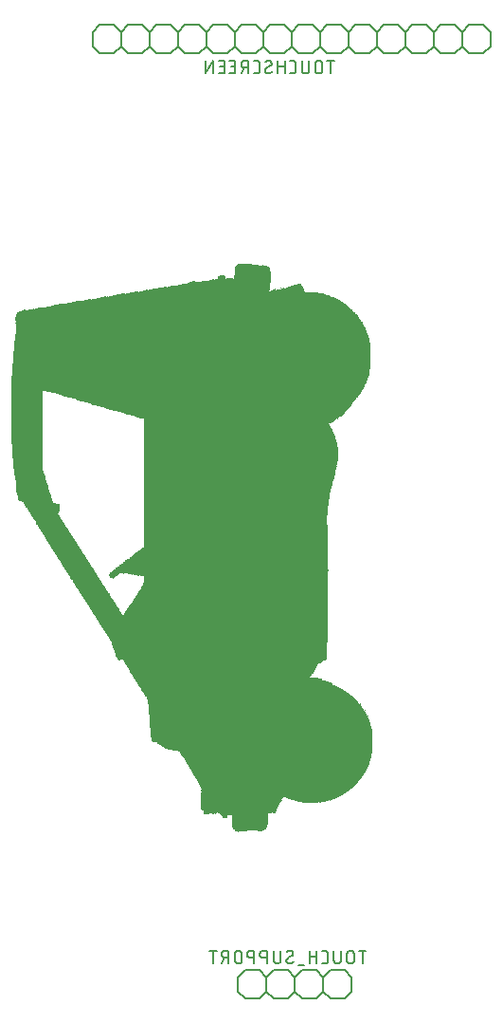
<source format=gbr>
G04 EAGLE Gerber RS-274X export*
G75*
%MOMM*%
%FSLAX34Y34*%
%LPD*%
%INSilkscreen Bottom*%
%IPPOS*%
%AMOC8*
5,1,8,0,0,1.08239X$1,22.5*%
G01*
%ADD10R,0.036069X0.109219*%
%ADD11R,0.036319X1.488438*%
%ADD12R,0.036319X2.214875*%
%ADD13R,0.036319X2.687319*%
%ADD14R,0.036319X2.903219*%
%ADD15R,0.036319X3.121656*%
%ADD16R,0.036319X0.035556*%
%ADD17R,0.036319X1.671319*%
%ADD18R,0.036319X3.411219*%
%ADD19R,0.036319X2.395219*%
%ADD20R,0.036069X3.594100*%
%ADD21R,0.036069X2.720338*%
%ADD22R,0.036319X3.810000*%
%ADD23R,0.036319X3.012438*%
%ADD24R,0.036319X4.025900*%
%ADD25R,0.036319X3.337563*%
%ADD26R,0.036319X4.173219*%
%ADD27R,0.036319X3.591556*%
%ADD28R,0.036319X4.391656*%
%ADD29R,0.036319X4.572000*%
%ADD30R,0.036319X4.028437*%
%ADD31R,0.036319X4.716775*%
%ADD32R,0.036069X4.826000*%
%ADD33R,0.036069X4.389119*%
%ADD34R,0.036319X4.970781*%
%ADD35R,0.036319X5.118100*%
%ADD36R,0.036319X5.224781*%
%ADD37R,0.036319X4.899656*%
%ADD38R,0.036319X5.372100*%
%ADD39R,0.036319X5.041900*%
%ADD40R,0.036319X5.588000*%
%ADD41R,0.036319X5.224775*%
%ADD42R,0.036319X5.369556*%
%ADD43R,0.036069X5.732781*%
%ADD44R,0.036069X5.514337*%
%ADD45R,0.036319X5.803900*%
%ADD46R,0.036319X5.661656*%
%ADD47R,0.036319X5.951219*%
%ADD48R,0.036319X5.806438*%
%ADD49R,0.036319X6.096000*%
%ADD50R,0.036319X5.913119*%
%ADD51R,0.036319X6.169656*%
%ADD52R,0.036319X6.057900*%
%ADD53R,0.036319X6.276338*%
%ADD54R,0.036319X6.388100*%
%ADD55R,0.036319X6.278875*%
%ADD56R,0.036069X6.459219*%
%ADD57R,0.036069X6.421119*%
%ADD58R,0.036319X6.530337*%
%ADD59R,0.036319X6.713219*%
%ADD60R,0.036319X6.604000*%
%ADD61R,0.036319X6.748781*%
%ADD62R,0.036319X6.819900*%
%ADD63R,0.036319X6.822438*%
%ADD64R,0.036319X6.931656*%
%ADD65R,0.036319X6.893556*%
%ADD66R,0.036319X7.002775*%
%ADD67R,0.036319X7.002781*%
%ADD68R,0.036069X7.073900*%
%ADD69R,0.036069X7.112000*%
%ADD70R,0.036319X7.150100*%
%ADD71R,0.036319X7.221219*%
%ADD72R,0.036319X0.038100*%
%ADD73R,0.036319X7.256781*%
%ADD74R,0.036319X7.256775*%
%ADD75R,0.036319X7.401556*%
%ADD76R,0.036319X7.330438*%
%ADD77R,0.036319X7.475219*%
%ADD78R,0.036319X7.439656*%
%ADD79R,0.036319X7.548875*%
%ADD80R,0.036319X7.546337*%
%ADD81R,0.036319X7.620000*%
%ADD82R,0.036069X7.620000*%
%ADD83R,0.036069X7.693656*%
%ADD84R,0.036319X7.729219*%
%ADD85R,0.036319X7.800338*%
%ADD86R,0.036319X7.874000*%
%ADD87R,0.036319X7.835900*%
%ADD88R,0.036319X7.909556*%
%ADD89R,0.036319X7.912100*%
%ADD90R,0.036319X8.018781*%
%ADD91R,0.036319X7.983219*%
%ADD92R,0.036319X8.092438*%
%ADD93R,0.036319X8.054338*%
%ADD94R,0.036319X8.163556*%
%ADD95R,0.036069X8.089900*%
%ADD96R,0.036069X8.275319*%
%ADD97R,0.036319X8.166100*%
%ADD98R,0.036319X8.346438*%
%ADD99R,0.036319X8.237219*%
%ADD100R,0.036319X8.526781*%
%ADD101R,0.036319X8.272781*%
%ADD102R,0.036319X8.562337*%
%ADD103R,0.036319X8.343900*%
%ADD104R,0.036319X8.636000*%
%ADD105R,0.036319X8.420100*%
%ADD106R,0.036319X8.709656*%
%ADD107R,0.036319X8.491219*%
%ADD108R,0.036319X8.780775*%
%ADD109R,0.036069X8.526781*%
%ADD110R,0.036069X8.854438*%
%ADD111R,0.036319X8.963656*%
%ADD112R,0.036319X8.707119*%
%ADD113R,0.036319X9.034781*%
%ADD114R,0.036319X8.745219*%
%ADD115R,0.036319X9.105900*%
%ADD116R,0.036319X9.182100*%
%ADD117R,0.036319X8.816338*%
%ADD118R,0.036319X9.217656*%
%ADD119R,0.036319X8.851900*%
%ADD120R,0.036319X9.324338*%
%ADD121R,0.036069X8.928100*%
%ADD122R,0.036069X9.398000*%
%ADD123R,0.036319X9.433556*%
%ADD124R,0.036319X8.999219*%
%ADD125R,0.036319X9.507219*%
%ADD126R,0.036319X9.070338*%
%ADD127R,0.036319X9.580875*%
%ADD128R,0.036319X9.144000*%
%ADD129R,0.036319X9.652000*%
%ADD130R,0.036319X9.687563*%
%ADD131R,0.036319X9.758681*%
%ADD132R,0.036069X9.253219*%
%ADD133R,0.036069X9.834881*%
%ADD134R,0.036319X9.288781*%
%ADD135R,0.036319X9.870438*%
%ADD136R,0.036319X9.359900*%
%ADD137R,0.036319X9.941556*%
%ADD138R,0.036319X10.015219*%
%ADD139R,0.036319X9.436100*%
%ADD140R,0.036319X10.088875*%
%ADD141R,0.036319X9.471656*%
%ADD142R,0.036319X10.124438*%
%ADD143R,0.036319X9.542775*%
%ADD144R,0.036319X10.160000*%
%ADD145R,0.036069X9.542781*%
%ADD146R,0.036069X0.035556*%
%ADD147R,0.036069X10.195556*%
%ADD148R,0.036319X9.578337*%
%ADD149R,0.036319X10.340338*%
%ADD150R,0.036319X9.613900*%
%ADD151R,0.036319X10.375900*%
%ADD152R,0.036319X9.725656*%
%ADD153R,0.036319X10.414000*%
%ADD154R,0.036319X10.452100*%
%ADD155R,0.036319X9.796781*%
%ADD156R,0.036319X10.523219*%
%ADD157R,0.036069X9.832338*%
%ADD158R,0.036069X0.038100*%
%ADD159R,0.036069X10.558781*%
%ADD160R,0.036319X9.832338*%
%ADD161R,0.036319X10.632437*%
%ADD162R,0.036319X9.867900*%
%ADD163R,0.036319X0.073656*%
%ADD164R,0.036319X1.125219*%
%ADD165R,0.036319X10.703556*%
%ADD166R,0.036319X1.597656*%
%ADD167R,0.036319X10.706100*%
%ADD168R,0.036319X9.944100*%
%ADD169R,0.036319X0.035563*%
%ADD170R,0.036319X2.032000*%
%ADD171R,0.036319X10.741656*%
%ADD172R,0.036319X9.979656*%
%ADD173R,0.036319X10.777219*%
%ADD174R,0.036319X2.720338*%
%ADD175R,0.036319X10.848338*%
%ADD176R,0.036069X10.050781*%
%ADD177R,0.036069X2.974338*%
%ADD178R,0.036069X10.848338*%
%ADD179R,0.036319X10.050781*%
%ADD180R,0.036319X3.263900*%
%ADD181R,0.036319X10.922000*%
%ADD182R,0.036319X10.121900*%
%ADD183R,0.036319X3.520438*%
%ADD184R,0.036319X10.995656*%
%ADD185R,0.036319X10.198100*%
%ADD186R,0.036319X3.990338*%
%ADD187R,0.036319X11.031219*%
%ADD188R,0.036319X10.233656*%
%ADD189R,0.036319X4.246875*%
%ADD190R,0.036319X4.462781*%
%ADD191R,0.036319X11.102338*%
%ADD192R,0.036069X10.304775*%
%ADD193R,0.036069X4.681219*%
%ADD194R,0.036069X11.102338*%
%ADD195R,0.036319X10.378438*%
%ADD196R,0.036319X4.935219*%
%ADD197R,0.036319X11.176000*%
%ADD198R,0.036319X5.044437*%
%ADD199R,0.036319X11.249656*%
%ADD200R,0.036319X5.262881*%
%ADD201R,0.036319X11.211556*%
%ADD202R,0.036319X5.478781*%
%ADD203R,0.036319X10.449556*%
%ADD204R,0.036319X11.323319*%
%ADD205R,0.036319X10.485119*%
%ADD206R,0.036319X11.394438*%
%ADD207R,0.036069X10.485119*%
%ADD208R,0.036069X6.096000*%
%ADD209R,0.036069X11.358875*%
%ADD210R,0.036319X10.520681*%
%ADD211R,0.036319X0.106681*%
%ADD212R,0.036319X6.350000*%
%ADD213R,0.036319X11.358875*%
%ADD214R,0.036319X10.558781*%
%ADD215R,0.036319X6.642100*%
%ADD216R,0.036319X11.430000*%
%ADD217R,0.036319X10.596881*%
%ADD218R,0.036319X0.109219*%
%ADD219R,0.036319X18.722338*%
%ADD220R,0.036319X10.668000*%
%ADD221R,0.036319X4.282438*%
%ADD222R,0.036319X0.147319*%
%ADD223R,0.036319X2.324100*%
%ADD224R,0.036319X19.121119*%
%ADD225R,0.036319X10.487656*%
%ADD226R,0.036319X19.702781*%
%ADD227R,0.036069X10.668000*%
%ADD228R,0.036069X0.726438*%
%ADD229R,0.036069X31.023556*%
%ADD230R,0.036319X10.739119*%
%ADD231R,0.036319X32.512000*%
%ADD232R,0.036319X32.550100*%
%ADD233R,0.036319X32.621219*%
%ADD234R,0.036319X10.850875*%
%ADD235R,0.036319X32.656781*%
%ADD236R,0.036069X10.850875*%
%ADD237R,0.036069X32.692338*%
%ADD238R,0.036319X32.727900*%
%ADD239R,0.036319X10.886438*%
%ADD240R,0.036319X32.766000*%
%ADD241R,0.036319X32.801556*%
%ADD242R,0.036319X32.837119*%
%ADD243R,0.036319X32.875219*%
%ADD244R,0.036069X10.957556*%
%ADD245R,0.036069X32.913319*%
%ADD246R,0.036319X10.957556*%
%ADD247R,0.036319X32.913319*%
%ADD248R,0.036319X32.948875*%
%ADD249R,0.036319X32.984437*%
%ADD250R,0.036319X33.020000*%
%ADD251R,0.036319X11.066781*%
%ADD252R,0.036319X33.055556*%
%ADD253R,0.036069X11.066781*%
%ADD254R,0.036069X33.055556*%
%ADD255R,0.036319X33.129219*%
%ADD256R,0.036319X33.164781*%
%ADD257R,0.036319X33.274000*%
%ADD258R,0.036319X33.345119*%
%ADD259R,0.036319X33.418781*%
%ADD260R,0.036319X33.492438*%
%ADD261R,0.036069X33.563563*%
%ADD262R,0.036319X11.140438*%
%ADD263R,0.036319X33.637219*%
%ADD264R,0.036319X33.708337*%
%ADD265R,0.036319X33.782000*%
%ADD266R,0.036319X33.853119*%
%ADD267R,0.036319X33.888681*%
%ADD268R,0.036319X33.962338*%
%ADD269R,0.036069X11.140438*%
%ADD270R,0.036069X33.997900*%
%ADD271R,0.036319X34.036000*%
%ADD272R,0.036319X34.071556*%
%ADD273R,0.036319X34.107119*%
%ADD274R,0.036319X34.142681*%
%ADD275R,0.036319X11.211563*%
%ADD276R,0.036319X34.216338*%
%ADD277R,0.036319X34.290000*%
%ADD278R,0.036069X45.575219*%
%ADD279R,0.036319X45.537119*%
%ADD280R,0.036319X45.575219*%
%ADD281R,0.036069X45.537119*%
%ADD282R,0.036319X45.501556*%
%ADD283R,0.036319X45.539656*%
%ADD284R,0.036069X45.648875*%
%ADD285R,0.036319X45.829219*%
%ADD286R,0.036319X45.864775*%
%ADD287R,0.036319X45.974000*%
%ADD288R,0.036319X46.009556*%
%ADD289R,0.036319X46.012100*%
%ADD290R,0.036319X46.047656*%
%ADD291R,0.036069X46.083219*%
%ADD292R,0.036319X46.121319*%
%ADD293R,0.036319X46.156875*%
%ADD294R,0.036319X46.192438*%
%ADD295R,0.036319X46.154338*%
%ADD296R,0.036069X46.154338*%
%ADD297R,0.036319X46.118781*%
%ADD298R,0.036319X46.083219*%
%ADD299R,0.036069X46.047656*%
%ADD300R,0.036319X45.935900*%
%ADD301R,0.036319X45.900337*%
%ADD302R,0.036069X45.864781*%
%ADD303R,0.036319X45.864781*%
%ADD304R,0.036319X45.793656*%
%ADD305R,0.036319X45.758100*%
%ADD306R,0.036069X45.720000*%
%ADD307R,0.036319X45.681900*%
%ADD308R,0.036319X45.720000*%
%ADD309R,0.036319X45.646338*%
%ADD310R,0.036319X45.610781*%
%ADD311R,0.036069X45.539656*%
%ADD312R,0.036319X45.466000*%
%ADD313R,0.036319X45.430438*%
%ADD314R,0.036319X45.356775*%
%ADD315R,0.036069X45.321219*%
%ADD316R,0.036319X45.285656*%
%ADD317R,0.036319X45.321219*%
%ADD318R,0.036319X45.392338*%
%ADD319R,0.036319X45.504100*%
%ADD320R,0.036069X45.572681*%
%ADD321R,0.036319X45.791119*%
%ADD322R,0.036319X45.938437*%
%ADD323R,0.036069X45.974000*%
%ADD324R,0.036319X46.118775*%
%ADD325R,0.036319X46.228000*%
%ADD326R,0.036319X46.446438*%
%ADD327R,0.036069X46.408338*%
%ADD328R,0.036319X46.553119*%
%ADD329R,0.036319X0.071119*%
%ADD330R,0.036319X46.555656*%
%ADD331R,0.036319X46.662337*%
%ADD332R,0.036319X46.700437*%
%ADD333R,0.036069X46.626775*%
%ADD334R,0.036319X46.626775*%
%ADD335R,0.036319X46.591219*%
%ADD336R,0.036319X46.629319*%
%ADD337R,0.036319X0.980438*%
%ADD338R,0.036069X46.553119*%
%ADD339R,0.036069X1.379219*%
%ADD340R,0.036319X46.517556*%
%ADD341R,0.036319X1.778000*%
%ADD342R,0.036319X48.658775*%
%ADD343R,0.036319X48.694338*%
%ADD344R,0.036319X49.530000*%
%ADD345R,0.036319X49.857656*%
%ADD346R,0.036069X49.966881*%
%ADD347R,0.036319X50.073556*%
%ADD348R,0.036319X50.147219*%
%ADD349R,0.036319X50.218338*%
%ADD350R,0.036319X50.256438*%
%ADD351R,0.036319X50.292000*%
%ADD352R,0.036069X50.327556*%
%ADD353R,0.036319X50.365656*%
%ADD354R,0.036319X50.401219*%
%ADD355R,0.036319X50.436775*%
%ADD356R,0.036069X50.436775*%
%ADD357R,0.036319X50.474875*%
%ADD358R,0.036069X50.474875*%
%ADD359R,0.036319X50.510438*%
%ADD360R,0.036319X50.546000*%
%ADD361R,0.036069X50.546000*%
%ADD362R,0.036319X50.581563*%
%ADD363R,0.036069X50.581563*%
%ADD364R,0.036319X50.617119*%
%ADD365R,0.036069X50.617119*%
%ADD366R,0.036319X50.581556*%
%ADD367R,0.036319X50.507900*%
%ADD368R,0.036319X50.436781*%
%ADD369R,0.036319X50.111656*%
%ADD370R,0.036319X49.456338*%
%ADD371R,0.036319X49.131219*%
%ADD372R,0.036319X49.095656*%
%ADD373R,0.036319X49.057556*%
%ADD374R,0.036069X49.022000*%
%ADD375R,0.036319X48.803563*%
%ADD376R,0.036319X0.144781*%
%ADD377R,0.036319X47.932338*%
%ADD378R,0.036069X47.932338*%
%ADD379R,0.036319X47.896781*%
%ADD380R,0.036069X47.970438*%
%ADD381R,0.036319X48.077119*%
%ADD382R,0.036319X48.115219*%
%ADD383R,0.036319X48.224438*%
%ADD384R,0.036319X48.331119*%
%ADD385R,0.036069X48.369219*%
%ADD386R,0.036319X48.404781*%
%ADD387R,0.036319X48.369219*%
%ADD388R,0.036319X48.221900*%
%ADD389R,0.036319X48.186338*%
%ADD390R,0.036069X48.150781*%
%ADD391R,0.036319X48.150781*%
%ADD392R,0.036319X48.041563*%
%ADD393R,0.036319X47.970438*%
%ADD394R,0.036319X47.934875*%
%ADD395R,0.036069X47.861219*%
%ADD396R,0.036319X47.680875*%
%ADD397R,0.036319X47.642775*%
%ADD398R,0.036319X47.607219*%
%ADD399R,0.036319X47.571656*%
%ADD400R,0.036319X47.536100*%
%ADD401R,0.036069X47.680875*%
%ADD402R,0.036319X47.678338*%
%ADD403R,0.036069X47.678338*%
%ADD404R,0.036319X47.642781*%
%ADD405R,0.036069X47.607219*%
%ADD406R,0.036319X47.569119*%
%ADD407R,0.036319X47.533556*%
%ADD408R,0.036069X47.498000*%
%ADD409R,0.036319X47.498000*%
%ADD410R,0.036319X47.533563*%
%ADD411R,0.036319X47.208438*%
%ADD412R,0.036319X47.170338*%
%ADD413R,0.036069X1.524000*%
%ADD414R,0.036069X45.247556*%
%ADD415R,0.036319X45.102775*%
%ADD416R,0.036319X45.067219*%
%ADD417R,0.036319X44.993556*%
%ADD418R,0.036319X44.922438*%
%ADD419R,0.036319X44.848775*%
%ADD420R,0.036319X44.777656*%
%ADD421R,0.036069X44.704000*%
%ADD422R,0.036319X44.632875*%
%ADD423R,0.036319X44.559219*%
%ADD424R,0.036319X44.523656*%
%ADD425R,0.036319X44.450000*%
%ADD426R,0.036319X44.378875*%
%ADD427R,0.036319X44.343319*%
%ADD428R,0.036069X44.269656*%
%ADD429R,0.036319X44.231556*%
%ADD430R,0.036319X44.160438*%
%ADD431R,0.036319X44.124875*%
%ADD432R,0.036319X44.051219*%
%ADD433R,0.036319X43.977556*%
%ADD434R,0.036319X43.977563*%
%ADD435R,0.036069X43.906438*%
%ADD436R,0.036319X43.832781*%
%ADD437R,0.036319X43.759119*%
%ADD438R,0.036319X43.723562*%
%ADD439R,0.036319X43.652438*%
%ADD440R,0.036319X43.578775*%
%ADD441R,0.036319X43.507656*%
%ADD442R,0.036069X43.434000*%
%ADD443R,0.036319X43.362875*%
%ADD444R,0.036319X43.251119*%
%ADD445R,0.036319X43.180000*%
%ADD446R,0.036319X43.070781*%
%ADD447R,0.036319X42.999656*%
%ADD448R,0.036319X42.926000*%
%ADD449R,0.036069X42.816781*%
%ADD450R,0.036319X42.778681*%
%ADD451R,0.036319X42.707556*%
%ADD452R,0.036319X42.633900*%
%ADD453R,0.036319X42.562781*%
%ADD454R,0.036319X42.489119*%
%ADD455R,0.036319X42.453563*%
%ADD456R,0.036069X42.344338*%
%ADD457R,0.036319X42.308781*%
%ADD458R,0.036319X42.235119*%
%ADD459R,0.036319X42.199562*%
%ADD460R,0.036319X42.164000*%
%ADD461R,0.036319X42.092875*%
%ADD462R,0.036319X42.019219*%
%ADD463R,0.036069X41.983656*%
%ADD464R,0.036319X41.945556*%
%ADD465R,0.036319X41.874437*%
%ADD466R,0.036319X41.803319*%
%ADD467R,0.036319X41.765219*%
%ADD468R,0.036319X41.694100*%
%ADD469R,0.036069X41.620438*%
%ADD470R,0.036319X41.584875*%
%ADD471R,0.036319X41.546775*%
%ADD472R,0.036069X41.546775*%
%ADD473R,0.036319X41.511219*%
%ADD474R,0.036319X41.475656*%
%ADD475R,0.036069X41.475656*%
%ADD476R,0.036319X41.402000*%
%ADD477R,0.036319X41.366438*%
%ADD478R,0.036069X41.366438*%
%ADD479R,0.036319X41.292781*%
%ADD480R,0.036319X41.254681*%
%ADD481R,0.036069X41.219119*%
%ADD482R,0.036319X41.219119*%
%ADD483R,0.036319X41.183563*%
%ADD484R,0.036319X41.148000*%
%ADD485R,0.036319X41.112437*%
%ADD486R,0.036319X41.076875*%
%ADD487R,0.036069X41.076875*%
%ADD488R,0.036319X41.038775*%
%ADD489R,0.036319X41.003219*%
%ADD490R,0.036319X40.932100*%
%ADD491R,0.036319X40.894000*%
%ADD492R,0.036069X40.894000*%
%ADD493R,0.036319X40.858438*%
%ADD494R,0.036319X40.822875*%
%ADD495R,0.036319X40.749219*%
%ADD496R,0.036319X40.711119*%
%ADD497R,0.036069X40.640000*%
%ADD498R,0.036319X40.601900*%
%ADD499R,0.036319X40.566338*%
%ADD500R,0.036319X40.530781*%
%ADD501R,0.036069X40.530781*%
%ADD502R,0.036319X40.495219*%
%ADD503R,0.036319X40.424100*%
%ADD504R,0.036069X40.424100*%
%ADD505R,0.036319X40.386000*%
%ADD506R,0.036319X40.347900*%
%ADD507R,0.036319X40.312338*%
%ADD508R,0.036319X40.238681*%
%ADD509R,0.036319X40.022781*%
%ADD510R,0.036319X39.585900*%
%ADD511R,0.036069X39.187119*%
%ADD512R,0.036319X38.752781*%
%ADD513R,0.036319X38.318438*%
%ADD514R,0.036319X37.917119*%
%ADD515R,0.036319X37.447219*%
%ADD516R,0.036319X36.974781*%
%ADD517R,0.036319X36.611563*%
%ADD518R,0.036069X36.540438*%
%ADD519R,0.036319X36.431219*%
%ADD520R,0.036319X36.395656*%
%ADD521R,0.036319X36.322000*%
%ADD522R,0.036319X36.250875*%
%ADD523R,0.036319X36.212775*%
%ADD524R,0.036319X36.141656*%
%ADD525R,0.036069X36.068000*%
%ADD526R,0.036319X35.996875*%
%ADD527R,0.036319X2.613656*%
%ADD528R,0.036319X14.805656*%
%ADD529R,0.036319X2.540000*%
%ADD530R,0.036319X2.504438*%
%ADD531R,0.036319X9.469119*%
%ADD532R,0.036319X9.326875*%
%ADD533R,0.036319X2.468881*%
%ADD534R,0.036319X11.356338*%
%ADD535R,0.036069X2.430781*%
%ADD536R,0.036069X11.356338*%
%ADD537R,0.036319X9.072881*%
%ADD538R,0.036319X8.961119*%
%ADD539R,0.036319X8.854438*%
%ADD540R,0.036319X2.359656*%
%ADD541R,0.036319X11.320775*%
%ADD542R,0.036319X2.286000*%
%ADD543R,0.036319X2.247900*%
%ADD544R,0.036319X11.285219*%
%ADD545R,0.036069X8.417563*%
%ADD546R,0.036069X2.212338*%
%ADD547R,0.036069X11.249656*%
%ADD548R,0.036319X8.275319*%
%ADD549R,0.036319X2.176781*%
%ADD550R,0.036319X2.138681*%
%ADD551R,0.036319X7.945119*%
%ADD552R,0.036319X2.103119*%
%ADD553R,0.036319X7.802875*%
%ADD554R,0.036319X1.996438*%
%ADD555R,0.036069X1.996438*%
%ADD556R,0.036319X1.958338*%
%ADD557R,0.036319X7.366000*%
%ADD558R,0.036319X1.922781*%
%ADD559R,0.036319X7.294875*%
%ADD560R,0.036319X1.887219*%
%ADD561R,0.036319X7.147556*%
%ADD562R,0.036319X1.851656*%
%ADD563R,0.036319X7.038337*%
%ADD564R,0.036319X1.813556*%
%ADD565R,0.036319X6.929119*%
%ADD566R,0.036069X6.822438*%
%ADD567R,0.036069X1.742438*%
%ADD568R,0.036069X11.028681*%
%ADD569R,0.036319X6.677656*%
%ADD570R,0.036319X1.706875*%
%ADD571R,0.036319X11.028681*%
%ADD572R,0.036319X6.639556*%
%ADD573R,0.036319X6.459219*%
%ADD574R,0.036319X1.668775*%
%ADD575R,0.036319X10.993119*%
%ADD576R,0.036319X6.385556*%
%ADD577R,0.036319X10.957562*%
%ADD578R,0.036319X6.240775*%
%ADD579R,0.036319X1.562100*%
%ADD580R,0.036319X1.524000*%
%ADD581R,0.036069X6.022337*%
%ADD582R,0.036069X10.922000*%
%ADD583R,0.036319X5.915656*%
%ADD584R,0.036319X5.842000*%
%ADD585R,0.036319X1.452875*%
%ADD586R,0.036319X5.732781*%
%ADD587R,0.036319X1.417319*%
%ADD588R,0.036319X1.341119*%
%ADD589R,0.036319X5.334000*%
%ADD590R,0.036319X1.305556*%
%ADD591R,0.036069X5.260338*%
%ADD592R,0.036069X1.270000*%
%ADD593R,0.036069X10.812775*%
%ADD594R,0.036319X1.270000*%
%ADD595R,0.036319X5.006337*%
%ADD596R,0.036319X1.231900*%
%ADD597R,0.036319X4.826000*%
%ADD598R,0.036319X1.196338*%
%ADD599R,0.036319X4.716781*%
%ADD600R,0.036319X4.607556*%
%ADD601R,0.036319X1.089656*%
%ADD602R,0.036069X4.427219*%
%ADD603R,0.036069X1.051556*%
%ADD604R,0.036069X10.706100*%
%ADD605R,0.036319X4.356100*%
%ADD606R,0.036319X1.016000*%
%ADD607R,0.036319X4.244338*%
%ADD608R,0.036319X4.137656*%
%ADD609R,0.036319X10.629900*%
%ADD610R,0.036319X0.942338*%
%ADD611R,0.036319X3.919219*%
%ADD612R,0.036319X0.906781*%
%ADD613R,0.036319X0.835656*%
%ADD614R,0.036069X3.919219*%
%ADD615R,0.036069X0.800100*%
%ADD616R,0.036069X10.594337*%
%ADD617R,0.036319X3.954781*%
%ADD618R,0.036319X4.064000*%
%ADD619R,0.036319X0.797556*%
%ADD620R,0.036319X0.762000*%
%ADD621R,0.036319X0.726438*%
%ADD622R,0.036319X4.353556*%
%ADD623R,0.036319X0.723900*%
%ADD624R,0.036069X10.523219*%
%ADD625R,0.036319X4.500875*%
%ADD626R,0.036319X4.536437*%
%ADD627R,0.036319X0.690875*%
%ADD628R,0.036319X4.533900*%
%ADD629R,0.036319X0.690881*%
%ADD630R,0.036069X4.607556*%
%ADD631R,0.036069X0.762000*%
%ADD632R,0.036069X10.375900*%
%ADD633R,0.036319X0.688338*%
%ADD634R,0.036319X4.427219*%
%ADD635R,0.036319X4.318000*%
%ADD636R,0.036319X10.269219*%
%ADD637R,0.036069X4.173219*%
%ADD638R,0.036069X0.652781*%
%ADD639R,0.036069X10.269219*%
%ADD640R,0.036319X0.617219*%
%ADD641R,0.036319X4.099563*%
%ADD642R,0.036319X0.614681*%
%ADD643R,0.036319X10.231119*%
%ADD644R,0.036319X0.579119*%
%ADD645R,0.036319X0.543563*%
%ADD646R,0.036319X0.508000*%
%ADD647R,0.036319X3.883656*%
%ADD648R,0.036319X0.472438*%
%ADD649R,0.036069X3.916681*%
%ADD650R,0.036069X0.398775*%
%ADD651R,0.036069X10.160000*%
%ADD652R,0.036319X0.434338*%
%ADD653R,0.036319X0.363219*%
%ADD654R,0.036319X0.215900*%
%ADD655R,0.036319X10.053319*%
%ADD656R,0.036069X3.883656*%
%ADD657R,0.036069X10.053319*%
%ADD658R,0.036319X3.881119*%
%ADD659R,0.036319X9.977119*%
%ADD660R,0.036319X3.845563*%
%ADD661R,0.036069X9.941556*%
%ADD662R,0.036319X3.845556*%
%ADD663R,0.036319X9.906000*%
%ADD664R,0.036319X3.916681*%
%ADD665R,0.036319X3.848100*%
%ADD666R,0.036069X3.848100*%
%ADD667R,0.036319X9.761219*%
%ADD668R,0.036069X9.652000*%
%ADD669R,0.036069X3.881119*%
%ADD670R,0.036319X9.542781*%
%ADD671R,0.036069X9.471656*%
%ADD672R,0.036319X9.362438*%
%ADD673R,0.036069X3.845563*%
%ADD674R,0.036069X9.326875*%
%ADD675R,0.036319X9.291319*%
%ADD676R,0.036319X9.253219*%
%ADD677R,0.036069X3.845556*%
%ADD678R,0.036069X9.215119*%
%ADD679R,0.036319X9.179556*%
%ADD680R,0.036319X9.108438*%
%ADD681R,0.036069X9.108438*%
%ADD682R,0.036069X8.961119*%
%ADD683R,0.036319X8.925556*%
%ADD684R,0.036069X8.745219*%
%ADD685R,0.036319X8.674100*%
%ADD686R,0.036069X8.636000*%
%ADD687R,0.036319X8.600437*%
%ADD688R,0.036319X8.526775*%
%ADD689R,0.036069X8.526775*%
%ADD690R,0.036319X8.455656*%
%ADD691R,0.036319X8.417556*%
%ADD692R,0.036069X3.810000*%
%ADD693R,0.036069X8.417556*%
%ADD694R,0.036319X8.382000*%
%ADD695R,0.036319X8.310881*%
%ADD696R,0.036069X8.272781*%
%ADD697R,0.036319X8.234681*%
%ADD698R,0.036319X8.199119*%
%ADD699R,0.036319X8.163563*%
%ADD700R,0.036069X8.163563*%
%ADD701R,0.036319X8.128000*%
%ADD702R,0.036319X8.056875*%
%ADD703R,0.036069X0.434338*%
%ADD704R,0.036069X8.056875*%
%ADD705R,0.036319X0.543556*%
%ADD706R,0.036319X8.018775*%
%ADD707R,0.036319X4.754875*%
%ADD708R,0.036319X7.947656*%
%ADD709R,0.036069X4.645656*%
%ADD710R,0.036069X7.947656*%
%ADD711R,0.036319X4.498337*%
%ADD712R,0.036319X4.424681*%
%ADD713R,0.036319X4.353562*%
%ADD714R,0.036069X4.282438*%
%ADD715R,0.036069X7.835900*%
%ADD716R,0.036319X4.208781*%
%ADD717R,0.036319X7.764781*%
%ADD718R,0.036319X4.462775*%
%ADD719R,0.036069X4.424681*%
%ADD720R,0.036319X7.693656*%
%ADD721R,0.036319X7.658100*%
%ADD722R,0.036319X4.645656*%
%ADD723R,0.036319X4.681219*%
%ADD724R,0.036319X4.719319*%
%ADD725R,0.036319X7.581900*%
%ADD726R,0.036069X7.581900*%
%ADD727R,0.036319X7.510781*%
%ADD728R,0.036319X5.153656*%
%ADD729R,0.036319X5.186681*%
%ADD730R,0.036069X5.262875*%
%ADD731R,0.036069X7.475219*%
%ADD732R,0.036319X5.298438*%
%ADD733R,0.036319X5.552437*%
%ADD734R,0.036319X5.623556*%
%ADD735R,0.036069X7.874000*%
%ADD736R,0.036069X7.401556*%
%ADD737R,0.036319X12.009119*%
%ADD738R,0.036319X19.994875*%
%ADD739R,0.036319X19.921219*%
%ADD740R,0.036319X19.850100*%
%ADD741R,0.036319X19.812000*%
%ADD742R,0.036319X19.740875*%
%ADD743R,0.036069X19.667219*%
%ADD744R,0.036319X19.593556*%
%ADD745R,0.036319X19.558000*%
%ADD746R,0.036319X19.519900*%
%ADD747R,0.036319X19.413219*%
%ADD748R,0.036319X19.375119*%
%ADD749R,0.036319X19.268438*%
%ADD750R,0.036069X19.230338*%
%ADD751R,0.036319X19.159219*%
%ADD752R,0.036319X19.085556*%
%ADD753R,0.036319X19.014437*%
%ADD754R,0.036319X18.940781*%
%ADD755R,0.036319X18.869656*%
%ADD756R,0.036319X18.834100*%
%ADD757R,0.036069X18.760438*%
%ADD758R,0.036319X18.686781*%
%ADD759R,0.036319X18.651219*%
%ADD760R,0.036319X18.542000*%
%ADD761R,0.036319X18.503900*%
%ADD762R,0.036319X18.432781*%
%ADD763R,0.036319X18.394681*%
%ADD764R,0.036069X18.323556*%
%ADD765R,0.036319X18.214337*%
%ADD766R,0.036319X18.178781*%
%ADD767R,0.036319X18.105119*%
%ADD768R,0.036319X18.034000*%
%ADD769R,0.036319X17.998438*%
%ADD770R,0.036319X17.960338*%
%ADD771R,0.036069X17.853656*%
%ADD772R,0.036319X17.780000*%
%ADD773R,0.036319X17.744438*%
%ADD774R,0.036319X17.670775*%
%ADD775R,0.036319X17.599656*%
%ADD776R,0.036319X17.561556*%
%ADD777R,0.036319X17.454875*%
%ADD778R,0.036069X17.419319*%
%ADD779R,0.036319X17.381219*%
%ADD780R,0.036319X17.345656*%
%ADD781R,0.036319X17.272000*%
%ADD782R,0.036319X17.200875*%
%ADD783R,0.036319X17.162775*%
%ADD784R,0.036319X17.091656*%
%ADD785R,0.036069X17.053556*%
%ADD786R,0.036319X16.982437*%
%ADD787R,0.036319X16.908781*%
%ADD788R,0.036319X16.873219*%
%ADD789R,0.036069X16.873219*%
%ADD790R,0.036319X16.802100*%
%ADD791R,0.036319X16.725900*%
%ADD792R,0.036319X16.690338*%
%ADD793R,0.036319X16.581119*%
%ADD794R,0.036319X16.220437*%
%ADD795R,0.036319X16.111219*%
%ADD796R,0.036069X15.966438*%
%ADD797R,0.036319X15.638781*%
%ADD798R,0.036319X14.442438*%
%ADD799R,0.036319X0.436875*%
%ADD800R,0.036319X13.027656*%
%ADD801R,0.036319X0.401319*%
%ADD802R,0.036319X12.552681*%
%ADD803R,0.036319X0.325119*%
%ADD804R,0.036069X10.487656*%
%ADD805R,0.036319X9.215119*%
%ADD806R,0.036319X7.548881*%
%ADD807R,0.036319X6.024875*%
%ADD808R,0.036319X3.738875*%
%ADD809C,0.152400*%
%ADD810C,0.127000*%


D10*
X352083Y242408D03*
D11*
X351721Y245317D03*
D12*
X351358Y244580D03*
D13*
X350995Y244402D03*
D14*
X350632Y244034D03*
D15*
X350268Y244034D03*
D16*
X350268Y260557D03*
D17*
X350268Y587302D03*
D18*
X349905Y244034D03*
D19*
X349905Y588382D03*
D20*
X349543Y243856D03*
D21*
X349543Y587848D03*
D22*
X349181Y243869D03*
D23*
X349181Y587480D03*
D24*
X348818Y243856D03*
D25*
X348818Y587302D03*
D26*
X348455Y243856D03*
D27*
X348455Y587480D03*
D28*
X348092Y243856D03*
D16*
X348092Y266348D03*
D22*
X348092Y587480D03*
D29*
X347728Y244047D03*
D30*
X347728Y587480D03*
D31*
X347365Y244034D03*
D26*
X347365Y587493D03*
D32*
X347003Y243869D03*
D33*
X347003Y587480D03*
D34*
X346641Y243856D03*
D29*
X346641Y587658D03*
D35*
X346278Y243856D03*
D31*
X346278Y587671D03*
D36*
X345915Y243678D03*
D37*
X345915Y587848D03*
D38*
X345552Y243678D03*
D16*
X345552Y271428D03*
D39*
X345552Y587848D03*
D40*
X345188Y244047D03*
D41*
X345188Y587671D03*
D40*
X344825Y243666D03*
D42*
X344825Y587658D03*
D43*
X344463Y243678D03*
D44*
X344463Y587671D03*
D45*
X344101Y243678D03*
D46*
X344101Y587671D03*
D47*
X343738Y243678D03*
D48*
X343738Y587658D03*
D49*
X343375Y244047D03*
D50*
X343375Y587480D03*
D51*
X343012Y243678D03*
D52*
X343012Y587848D03*
D53*
X342648Y243856D03*
D51*
X342648Y587671D03*
D54*
X342285Y243678D03*
D55*
X342285Y587480D03*
D56*
X341923Y243678D03*
D57*
X341923Y587480D03*
D58*
X341561Y243678D03*
D16*
X341561Y277245D03*
D58*
X341561Y587671D03*
D59*
X341198Y244212D03*
D60*
X341198Y587658D03*
D61*
X340835Y243678D03*
D59*
X340835Y587493D03*
D62*
X340472Y243678D03*
D63*
X340472Y587658D03*
D64*
X340108Y243501D03*
D65*
X340108Y587658D03*
D66*
X339745Y243501D03*
D67*
X339745Y587848D03*
D68*
X339383Y243856D03*
D69*
X339383Y588039D03*
D70*
X339021Y243856D03*
D71*
X339021Y587848D03*
D72*
X338658Y206848D03*
D73*
X338658Y243678D03*
D74*
X338658Y587671D03*
D75*
X338295Y243310D03*
D76*
X338295Y587658D03*
D77*
X337932Y243323D03*
D78*
X337932Y587848D03*
D79*
X337568Y243310D03*
D80*
X337568Y587671D03*
X337205Y243678D03*
D81*
X337205Y587658D03*
D82*
X336843Y243666D03*
D83*
X336843Y587671D03*
D84*
X336481Y243501D03*
D85*
X336481Y587848D03*
X336118Y243501D03*
D86*
X336118Y587480D03*
D87*
X335755Y243678D03*
D88*
X335755Y587658D03*
D89*
X335392Y243678D03*
D90*
X335392Y587493D03*
D91*
X335028Y243678D03*
D92*
X335028Y587480D03*
D93*
X334665Y243678D03*
D94*
X334665Y587480D03*
D95*
X334303Y243856D03*
D96*
X334303Y587302D03*
D97*
X333941Y243856D03*
D98*
X333941Y587302D03*
D99*
X333578Y243856D03*
D100*
X333578Y587112D03*
D101*
X333215Y243678D03*
D102*
X333215Y586934D03*
D103*
X332852Y243678D03*
D104*
X332852Y586947D03*
D105*
X332488Y243678D03*
D106*
X332488Y586934D03*
D107*
X332125Y243678D03*
D108*
X332125Y586934D03*
D109*
X331763Y243856D03*
D110*
X331763Y586947D03*
D16*
X331401Y200308D03*
D102*
X331401Y243678D03*
D111*
X331401Y586756D03*
D112*
X331038Y243310D03*
D113*
X331038Y586756D03*
D114*
X330675Y243501D03*
D115*
X330675Y586756D03*
D114*
X330312Y243856D03*
D116*
X330312Y586756D03*
D117*
X329948Y243856D03*
D118*
X329948Y586578D03*
D119*
X329585Y243678D03*
D120*
X329585Y586401D03*
D121*
X329223Y243678D03*
D122*
X329223Y586388D03*
D111*
X328861Y243856D03*
D123*
X328861Y586210D03*
D124*
X328498Y243678D03*
D125*
X328498Y586223D03*
D126*
X328135Y243678D03*
D127*
X328135Y586210D03*
D128*
X327772Y243666D03*
D129*
X327772Y586210D03*
D128*
X327408Y243666D03*
D130*
X327408Y586032D03*
D118*
X327045Y243678D03*
D131*
X327045Y586032D03*
D132*
X326683Y243856D03*
D133*
X326683Y586032D03*
D134*
X326321Y243678D03*
D135*
X326321Y585855D03*
D136*
X325958Y243678D03*
D137*
X325958Y585855D03*
D136*
X325595Y243678D03*
D138*
X325595Y585842D03*
D139*
X325232Y243678D03*
D140*
X325232Y585855D03*
D141*
X324868Y243501D03*
D142*
X324868Y585677D03*
D143*
X324505Y243501D03*
D16*
X324505Y534140D03*
D144*
X324505Y585855D03*
D145*
X324143Y243856D03*
D146*
X324143Y534140D03*
D147*
X324143Y585677D03*
D148*
X323781Y243678D03*
D149*
X323781Y585308D03*
D150*
X323418Y243856D03*
D149*
X323418Y585664D03*
D129*
X323055Y243666D03*
D151*
X323055Y585486D03*
D152*
X322692Y243678D03*
D153*
X322692Y585677D03*
D152*
X322328Y243678D03*
D154*
X322328Y585486D03*
D155*
X321965Y243678D03*
D156*
X321965Y585486D03*
D157*
X321603Y243856D03*
D158*
X321603Y531968D03*
D159*
X321603Y585308D03*
D160*
X321241Y243501D03*
D72*
X321241Y531968D03*
D161*
X321241Y585677D03*
D162*
X320878Y243678D03*
D163*
X320878Y494046D03*
D164*
X320878Y501133D03*
D165*
X320878Y584940D03*
D162*
X320515Y243678D03*
D166*
X320515Y501311D03*
D167*
X320515Y585308D03*
D168*
X320152Y243678D03*
D169*
X320152Y489512D03*
D170*
X320152Y500942D03*
D171*
X320152Y585486D03*
D172*
X319788Y243856D03*
D19*
X319788Y500574D03*
D173*
X319788Y585308D03*
D138*
X319425Y243678D03*
D174*
X319425Y500396D03*
D175*
X319425Y585308D03*
D176*
X319063Y243856D03*
D146*
X319063Y484077D03*
D177*
X319063Y500218D03*
D146*
X319063Y516005D03*
D178*
X319063Y585308D03*
D179*
X318701Y243856D03*
D180*
X318701Y500218D03*
D181*
X318701Y585296D03*
D182*
X318338Y243856D03*
D183*
X318338Y499672D03*
D181*
X318338Y585296D03*
D144*
X317975Y244047D03*
D22*
X317975Y498936D03*
D184*
X317975Y585308D03*
D185*
X317612Y243856D03*
D186*
X317612Y498771D03*
D187*
X317612Y585131D03*
D188*
X317248Y244034D03*
D189*
X317248Y498580D03*
D187*
X317248Y585131D03*
D188*
X316885Y244034D03*
D190*
X316885Y498212D03*
D191*
X316885Y585131D03*
D192*
X316523Y244034D03*
D193*
X316523Y497856D03*
D194*
X316523Y585131D03*
D195*
X316161Y244047D03*
D196*
X316161Y497678D03*
D197*
X316161Y585118D03*
D153*
X315798Y243869D03*
D198*
X315798Y497488D03*
D199*
X315798Y585131D03*
D195*
X315435Y244047D03*
D200*
X315435Y497132D03*
D201*
X315435Y584940D03*
D153*
X315072Y244225D03*
D202*
X315072Y496408D03*
D72*
X315072Y528336D03*
D199*
X315072Y585131D03*
D203*
X314708Y244047D03*
D46*
X314708Y496231D03*
D204*
X314708Y584762D03*
D205*
X314345Y244225D03*
D50*
X314345Y495685D03*
D206*
X314345Y584762D03*
D207*
X313983Y244225D03*
D208*
X313983Y495126D03*
D209*
X313983Y584940D03*
D210*
X313621Y244402D03*
D211*
X313621Y461572D03*
D212*
X313621Y494592D03*
D213*
X313621Y584940D03*
D214*
X313258Y244212D03*
D215*
X313258Y493868D03*
D216*
X313258Y584940D03*
D217*
X312895Y244402D03*
D72*
X312895Y396256D03*
D64*
X312895Y492776D03*
D216*
X312895Y584940D03*
D217*
X312532Y244402D03*
D218*
X312532Y396612D03*
D219*
X312532Y548478D03*
D220*
X312168Y244402D03*
D221*
X312168Y355070D03*
D222*
X312168Y396802D03*
D223*
X312168Y411318D03*
D224*
X312168Y546840D03*
D220*
X311805Y244402D03*
D225*
X311805Y385004D03*
D226*
X311805Y543932D03*
D227*
X311443Y244402D03*
D228*
X311443Y322050D03*
D229*
X311443Y487328D03*
D230*
X311081Y244402D03*
D231*
X311081Y480267D03*
D230*
X310718Y244402D03*
D231*
X310718Y480267D03*
D173*
X310355Y244593D03*
D232*
X310355Y480076D03*
D173*
X309992Y244593D03*
D233*
X309992Y480076D03*
D173*
X309628Y244593D03*
D233*
X309628Y480076D03*
D234*
X309265Y244580D03*
D235*
X309265Y479898D03*
D236*
X308903Y244580D03*
D237*
X308903Y479721D03*
D234*
X308541Y244580D03*
D238*
X308541Y479898D03*
D239*
X308178Y244758D03*
D240*
X308178Y479708D03*
D239*
X307815Y244758D03*
D241*
X307815Y479530D03*
D239*
X307452Y244758D03*
D241*
X307452Y479530D03*
D181*
X307088Y244936D03*
D242*
X307088Y479352D03*
D184*
X306725Y244948D03*
D243*
X306725Y479543D03*
D244*
X306363Y244758D03*
D245*
X306363Y479352D03*
D246*
X306001Y244758D03*
D247*
X306001Y479352D03*
D184*
X305638Y244948D03*
D248*
X305638Y479175D03*
D184*
X305275Y244948D03*
D249*
X305275Y479352D03*
D187*
X304912Y244771D03*
D250*
X304912Y479175D03*
D251*
X304548Y244948D03*
D250*
X304548Y479175D03*
D251*
X304185Y244948D03*
D252*
X304185Y478997D03*
D253*
X303823Y244948D03*
D254*
X303823Y478997D03*
D251*
X303461Y244948D03*
D255*
X303461Y478984D03*
D191*
X303098Y245126D03*
D256*
X303098Y478806D03*
D191*
X302735Y245126D03*
D257*
X302735Y478260D03*
D191*
X302372Y245126D03*
D258*
X302372Y477905D03*
D191*
X302008Y245126D03*
D259*
X302008Y477536D03*
D191*
X301645Y245126D03*
D260*
X301645Y477168D03*
D194*
X301283Y245126D03*
D261*
X301283Y476812D03*
D262*
X300921Y245317D03*
D263*
X300921Y476444D03*
D262*
X300558Y245317D03*
D264*
X300558Y476444D03*
D262*
X300195Y245317D03*
D265*
X300195Y476076D03*
D197*
X299832Y245139D03*
D266*
X299832Y475720D03*
D197*
X299468Y245139D03*
D267*
X299468Y475542D03*
D262*
X299105Y245317D03*
D268*
X299105Y475174D03*
D269*
X298743Y245317D03*
D270*
X298743Y474996D03*
D262*
X298381Y245317D03*
D271*
X298381Y474806D03*
D197*
X298018Y245495D03*
D272*
X298018Y474628D03*
D197*
X297655Y245495D03*
D273*
X297655Y474450D03*
D197*
X297292Y245495D03*
D274*
X297292Y474272D03*
D275*
X296928Y245672D03*
D276*
X296928Y473904D03*
D197*
X296565Y245495D03*
D277*
X296565Y473536D03*
D278*
X296203Y417491D03*
D279*
X295841Y417300D03*
X295478Y417300D03*
X295115Y417300D03*
D280*
X294752Y417491D03*
D279*
X294388Y417300D03*
X294025Y417300D03*
D281*
X293663Y417300D03*
D279*
X293301Y417300D03*
X292938Y417300D03*
X292575Y417300D03*
X292212Y417300D03*
D282*
X291848Y417478D03*
D283*
X291485Y417668D03*
D284*
X291123Y418215D03*
D285*
X290761Y419116D03*
D286*
X290398Y419294D03*
D287*
X290035Y419840D03*
D288*
X289672Y420018D03*
D289*
X289308Y420386D03*
D290*
X288945Y420564D03*
D291*
X288583Y420742D03*
D292*
X288221Y420932D03*
D293*
X287858Y421110D03*
X287495Y421110D03*
D294*
X287132Y421288D03*
D295*
X286768Y421478D03*
X286405Y421478D03*
D296*
X286043Y421478D03*
D295*
X285681Y421478D03*
D297*
X285318Y421656D03*
X284955Y421656D03*
X284592Y421656D03*
D298*
X284228Y421478D03*
D290*
X283865Y421656D03*
D299*
X283503Y421656D03*
D290*
X283141Y421656D03*
D287*
X282778Y421669D03*
X282415Y421669D03*
D300*
X282052Y421478D03*
D301*
X281688Y421656D03*
X281325Y421656D03*
D302*
X280963Y421478D03*
D303*
X280601Y421478D03*
D285*
X280238Y421656D03*
X279875Y421656D03*
D304*
X279512Y421478D03*
D305*
X279148Y421656D03*
D304*
X278785Y421834D03*
D306*
X278423Y421466D03*
D307*
X278061Y421656D03*
D308*
X277698Y421466D03*
D309*
X277335Y421478D03*
D310*
X276972Y421656D03*
X276608Y421656D03*
D283*
X276245Y421656D03*
D311*
X275883Y421656D03*
D282*
X275521Y421847D03*
D312*
X275158Y421669D03*
D313*
X274795Y421847D03*
X274432Y421847D03*
D314*
X274068Y421834D03*
X273705Y421834D03*
D315*
X273343Y422012D03*
D316*
X272981Y421834D03*
D317*
X272618Y421656D03*
D318*
X272255Y421301D03*
D313*
X271892Y420755D03*
D319*
X271528Y420386D03*
D16*
X271165Y190885D03*
D280*
X271165Y420386D03*
D10*
X270803Y190872D03*
D320*
X270803Y419662D03*
D146*
X270803Y648085D03*
D307*
X270441Y419116D03*
D308*
X270078Y418926D03*
D321*
X269715Y418570D03*
X269352Y418215D03*
D303*
X268988Y417846D03*
D322*
X268625Y417478D03*
D158*
X268263Y186528D03*
D323*
X268263Y416945D03*
D324*
X267901Y416221D03*
D298*
X267538Y416398D03*
D293*
X267175Y416030D03*
D294*
X266812Y415497D03*
D218*
X266448Y182896D03*
D325*
X266448Y415319D03*
D326*
X266085Y414227D03*
D327*
X265723Y414036D03*
D146*
X265723Y647348D03*
D328*
X265361Y413312D03*
D329*
X265361Y647170D03*
D328*
X264998Y413312D03*
D211*
X264998Y646992D03*
D330*
X264635Y412944D03*
D211*
X264635Y646992D03*
D330*
X264272Y412944D03*
D218*
X264272Y646624D03*
D331*
X263908Y413858D03*
D332*
X263545Y413668D03*
D333*
X263183Y413681D03*
D334*
X262821Y413681D03*
D335*
X262458Y413503D03*
D336*
X262095Y413312D03*
D335*
X261732Y413503D03*
D328*
X261368Y413312D03*
X261005Y413312D03*
D337*
X261005Y658245D03*
D338*
X260643Y413312D03*
D339*
X260643Y658054D03*
D340*
X260281Y413135D03*
D341*
X260281Y657152D03*
D328*
X259918Y413312D03*
D170*
X259918Y656619D03*
D342*
X259555Y423841D03*
D343*
X259192Y424018D03*
D344*
X258828Y420196D03*
D345*
X258465Y418938D03*
D346*
X258103Y418392D03*
D347*
X257741Y418215D03*
D348*
X257378Y417846D03*
D349*
X257015Y417491D03*
D350*
X256652Y417300D03*
D351*
X256288Y417122D03*
X255925Y417122D03*
D352*
X255563Y416945D03*
D353*
X255201Y416754D03*
X254838Y416754D03*
X254475Y416754D03*
D354*
X254112Y416932D03*
D355*
X253748Y416754D03*
X253385Y416754D03*
D356*
X253023Y416754D03*
D355*
X252661Y416754D03*
X252298Y416754D03*
X251935Y416754D03*
X251572Y416754D03*
X251208Y416754D03*
X250845Y416754D03*
D356*
X250483Y416754D03*
D355*
X250121Y416754D03*
D357*
X249758Y416945D03*
X249395Y416945D03*
X249032Y416945D03*
X248668Y416945D03*
X248305Y416945D03*
D358*
X247943Y416945D03*
D357*
X247581Y416945D03*
X247218Y416945D03*
X246855Y416945D03*
X246492Y416945D03*
X246128Y416945D03*
X245765Y416945D03*
D358*
X245403Y416945D03*
D359*
X245041Y417122D03*
X244678Y417122D03*
X244315Y417122D03*
D360*
X243952Y416945D03*
X243588Y416945D03*
X243225Y416945D03*
D361*
X242863Y416945D03*
D360*
X242501Y416945D03*
X242138Y416945D03*
X241775Y416945D03*
X241412Y416945D03*
X241048Y416945D03*
X240685Y416945D03*
D361*
X240323Y416945D03*
D362*
X239961Y417122D03*
X239598Y417122D03*
X239235Y417122D03*
X238872Y417122D03*
X238508Y417122D03*
X238145Y417122D03*
D363*
X237783Y417122D03*
D362*
X237421Y417122D03*
X237058Y417122D03*
X236695Y417122D03*
X236332Y417122D03*
X235968Y417122D03*
D364*
X235605Y417300D03*
D365*
X235243Y417300D03*
D364*
X234881Y417300D03*
X234518Y417300D03*
D362*
X234155Y417122D03*
X233792Y417122D03*
X233428Y417122D03*
X233065Y417122D03*
D365*
X232703Y416945D03*
D366*
X232341Y416767D03*
X231978Y416767D03*
D360*
X231615Y416589D03*
D367*
X231252Y416398D03*
D368*
X230888Y416398D03*
D354*
X230525Y416221D03*
D352*
X230163Y416208D03*
D350*
X229801Y415852D03*
D369*
X229438Y415484D03*
D370*
X229075Y412588D03*
D371*
X228712Y411318D03*
D372*
X228348Y411496D03*
D373*
X227985Y411687D03*
D374*
X227623Y412220D03*
D375*
X227261Y413312D03*
D376*
X226898Y176546D03*
D377*
X226898Y417668D03*
X226535Y417668D03*
X226172Y417668D03*
X225808Y417668D03*
X225445Y417668D03*
D378*
X225083Y417668D03*
D377*
X224721Y417668D03*
X224358Y417668D03*
X223995Y417668D03*
X223632Y417668D03*
D379*
X223268Y417846D03*
X222905Y417846D03*
D380*
X222543Y417478D03*
D381*
X222181Y416945D03*
D382*
X221818Y416754D03*
X221455Y416754D03*
X221092Y416754D03*
D383*
X220728Y417300D03*
D384*
X220365Y418215D03*
D385*
X220003Y418024D03*
D386*
X219641Y418202D03*
D387*
X219278Y418024D03*
X218915Y418024D03*
X218552Y418024D03*
D388*
X218188Y419116D03*
D389*
X217825Y419294D03*
D390*
X217463Y419472D03*
D391*
X217101Y419472D03*
D382*
X216738Y419294D03*
D392*
X216375Y419662D03*
D393*
X216012Y419662D03*
D394*
X215648Y419485D03*
X215285Y419485D03*
D395*
X214923Y419472D03*
D396*
X214561Y418570D03*
D397*
X214198Y418761D03*
D398*
X213835Y418583D03*
D399*
X213472Y418761D03*
D400*
X213108Y418938D03*
D16*
X212745Y179988D03*
D400*
X212745Y418938D03*
D401*
X212383Y418215D03*
D396*
X212021Y418215D03*
X211658Y418215D03*
D397*
X211295Y418024D03*
X210932Y418024D03*
D402*
X210568Y417846D03*
X210205Y417846D03*
D403*
X209843Y417846D03*
D402*
X209481Y417846D03*
D404*
X209118Y417668D03*
X208755Y417668D03*
D398*
X208392Y417846D03*
X208028Y417846D03*
X207665Y417846D03*
D405*
X207303Y417846D03*
D398*
X206941Y417846D03*
D399*
X206578Y417668D03*
D398*
X206215Y417491D03*
X205852Y417491D03*
X205488Y417491D03*
D405*
X204763Y417491D03*
D406*
X204401Y417300D03*
X204038Y417300D03*
X203675Y417300D03*
X203312Y417300D03*
X202948Y417300D03*
D407*
X202585Y417478D03*
D408*
X202223Y417300D03*
D409*
X201861Y417300D03*
D410*
X201498Y417122D03*
D411*
X201135Y418748D03*
X200772Y418748D03*
X200408Y418748D03*
D412*
X200045Y418938D03*
D413*
X199683Y191062D03*
D146*
X199683Y199597D03*
D158*
X199683Y200676D03*
D414*
X199683Y428197D03*
D415*
X199321Y428921D03*
D416*
X198958Y429098D03*
D417*
X198595Y429467D03*
D418*
X198232Y429822D03*
D419*
X197868Y430191D03*
D420*
X197505Y430546D03*
D421*
X197143Y430915D03*
D422*
X196781Y430915D03*
D423*
X196418Y431283D03*
D424*
X196055Y431461D03*
D425*
X195692Y431829D03*
D426*
X195328Y432185D03*
D427*
X194965Y432362D03*
D428*
X194603Y432731D03*
D429*
X194241Y433277D03*
D430*
X193878Y433632D03*
D431*
X193515Y433810D03*
D432*
X193152Y434178D03*
D433*
X192788Y434547D03*
D434*
X192425Y434902D03*
D435*
X192063Y435258D03*
D436*
X191701Y435626D03*
D437*
X191338Y435995D03*
D438*
X190975Y436172D03*
D439*
X190612Y436172D03*
D440*
X190248Y436541D03*
D441*
X189885Y436896D03*
D442*
X189523Y436909D03*
D443*
X189161Y437265D03*
D444*
X188798Y437442D03*
D445*
X188435Y437798D03*
D446*
X188072Y437988D03*
D447*
X187708Y437988D03*
D448*
X187345Y438357D03*
D449*
X186983Y438522D03*
D450*
X186621Y438712D03*
D451*
X186258Y439068D03*
D452*
X185895Y439436D03*
D453*
X185532Y439792D03*
D454*
X185168Y439805D03*
D455*
X184805Y439982D03*
D456*
X184443Y440528D03*
D457*
X184081Y440706D03*
D458*
X183718Y441075D03*
D459*
X183355Y441252D03*
D460*
X182992Y441430D03*
D461*
X182628Y441430D03*
D462*
X182265Y441798D03*
D463*
X181903Y441976D03*
D464*
X181541Y442167D03*
D465*
X181178Y442522D03*
D466*
X180815Y442522D03*
D467*
X180452Y442713D03*
D468*
X180088Y443068D03*
X179725Y443068D03*
D469*
X179363Y443437D03*
D470*
X179001Y443615D03*
X178638Y443615D03*
D471*
X178275Y443424D03*
X177912Y443424D03*
X177548Y443424D03*
X177185Y443424D03*
D472*
X176823Y443424D03*
D471*
X176461Y443424D03*
X176098Y443424D03*
D473*
X175735Y443246D03*
X175372Y443246D03*
D474*
X175008Y443424D03*
X174645Y443424D03*
D475*
X174283Y443424D03*
D474*
X173921Y443424D03*
D476*
X173558Y443437D03*
X173195Y443437D03*
X172832Y443437D03*
X172468Y443437D03*
D477*
X172105Y443615D03*
D478*
X171743Y443615D03*
D477*
X171381Y443615D03*
D479*
X171018Y443602D03*
X170655Y443602D03*
X170292Y443602D03*
D480*
X169928Y443792D03*
X169565Y443792D03*
D481*
X169203Y443615D03*
D482*
X168841Y443615D03*
D483*
X168478Y443792D03*
X168115Y443792D03*
D484*
X167752Y443970D03*
D485*
X167388Y443792D03*
D486*
X167025Y443970D03*
D487*
X166663Y443970D03*
D488*
X166301Y444161D03*
X165938Y444161D03*
D489*
X165575Y444338D03*
X165212Y444338D03*
D490*
X164848Y444338D03*
D491*
X164485Y444529D03*
D492*
X164123Y444529D03*
D493*
X163761Y444707D03*
X163398Y444707D03*
D494*
X163035Y444885D03*
D495*
X162672Y444872D03*
X162308Y444872D03*
D496*
X161945Y445062D03*
D497*
X161583Y445418D03*
D498*
X161221Y445608D03*
X160858Y445608D03*
D499*
X160495Y445431D03*
D500*
X160132Y445608D03*
X159768Y445608D03*
X159405Y445608D03*
D501*
X159043Y445608D03*
D500*
X158681Y445608D03*
D502*
X158318Y445786D03*
D503*
X157955Y445786D03*
X157592Y445786D03*
X157228Y445786D03*
X156865Y445786D03*
D504*
X156503Y445786D03*
D505*
X156141Y445977D03*
D506*
X155778Y445786D03*
D507*
X155415Y445964D03*
D508*
X155052Y446332D03*
D509*
X154688Y447412D03*
D510*
X154325Y449596D03*
D511*
X153963Y451590D03*
D512*
X153601Y453406D03*
D513*
X153238Y455578D03*
D514*
X152875Y457585D03*
D515*
X152512Y459934D03*
D516*
X152148Y462296D03*
D16*
X151785Y280140D03*
D517*
X151785Y464112D03*
D518*
X151423Y464468D03*
D519*
X151061Y464658D03*
D520*
X150698Y464836D03*
D521*
X150335Y465205D03*
D522*
X149972Y465560D03*
D523*
X149608Y465751D03*
D524*
X149245Y466106D03*
D525*
X148883Y466119D03*
D526*
X148521Y466475D03*
D138*
X148158Y336922D03*
D527*
X148158Y404791D03*
D376*
X148158Y496942D03*
D528*
X148158Y572431D03*
D135*
X147795Y336935D03*
D529*
X147795Y404778D03*
D216*
X147795Y589309D03*
D148*
X147432Y336211D03*
D530*
X147432Y404600D03*
D216*
X147432Y589309D03*
D531*
X147068Y336020D03*
D530*
X147068Y404600D03*
D206*
X147068Y589487D03*
D532*
X146705Y336020D03*
D533*
X146705Y404422D03*
D534*
X146705Y589296D03*
D132*
X146343Y336033D03*
D535*
X146343Y404232D03*
D536*
X146343Y589296D03*
D537*
X145981Y335842D03*
D19*
X145981Y404054D03*
D534*
X145981Y589296D03*
D538*
X145618Y336020D03*
D19*
X145618Y404054D03*
D534*
X145618Y589296D03*
D539*
X145255Y335842D03*
D540*
X145255Y403876D03*
D541*
X145255Y589474D03*
D112*
X144892Y335842D03*
D542*
X144892Y403889D03*
D541*
X144892Y589474D03*
D104*
X144528Y335842D03*
D543*
X144528Y403698D03*
D544*
X144528Y589296D03*
D100*
X144165Y336033D03*
D543*
X144165Y403698D03*
D199*
X144165Y589474D03*
D545*
X143803Y335842D03*
D546*
X143803Y403521D03*
D547*
X143803Y589474D03*
D548*
X143441Y335842D03*
D549*
X143441Y403343D03*
D199*
X143441Y589474D03*
D94*
X143078Y336020D03*
D550*
X143078Y403152D03*
D199*
X143078Y589474D03*
D92*
X142715Y336020D03*
D550*
X142715Y403152D03*
D201*
X142715Y589665D03*
D551*
X142352Y336020D03*
D552*
X142352Y402975D03*
D197*
X142352Y589487D03*
D553*
X141988Y336020D03*
D170*
X141988Y402975D03*
D197*
X141988Y589487D03*
D84*
X141625Y336033D03*
D554*
X141625Y402797D03*
D262*
X141625Y589665D03*
D82*
X141263Y336198D03*
D555*
X141263Y402797D03*
D269*
X141263Y589665D03*
D80*
X140901Y336211D03*
D556*
X140901Y402606D03*
D262*
X140901Y589665D03*
D557*
X140538Y336020D03*
D558*
X140538Y402428D03*
D262*
X140538Y589665D03*
D559*
X140175Y336020D03*
D560*
X140175Y402251D03*
D262*
X140175Y589665D03*
D561*
X139812Y336020D03*
D562*
X139812Y402428D03*
D251*
X139812Y589652D03*
D563*
X139448Y336211D03*
D564*
X139448Y402238D03*
D251*
X139448Y589652D03*
D565*
X139085Y336020D03*
D341*
X139085Y402060D03*
D251*
X139085Y589652D03*
D566*
X138723Y336198D03*
D567*
X138723Y401882D03*
D568*
X138723Y589842D03*
D569*
X138361Y336211D03*
D570*
X138361Y401705D03*
D571*
X138361Y589842D03*
D572*
X137998Y336020D03*
D570*
X137998Y401705D03*
D571*
X137998Y589842D03*
D573*
X137635Y336211D03*
D574*
X137635Y401514D03*
D575*
X137635Y589665D03*
D576*
X137272Y336198D03*
D166*
X137272Y401514D03*
D577*
X137272Y589842D03*
D578*
X136908Y336211D03*
D579*
X136908Y401336D03*
D577*
X136908Y589842D03*
D51*
X136545Y336211D03*
D580*
X136545Y401146D03*
D577*
X136545Y589842D03*
D581*
X136183Y336211D03*
D413*
X136183Y401146D03*
D582*
X136183Y590020D03*
D583*
X135821Y336388D03*
D11*
X135821Y400968D03*
D181*
X135821Y590020D03*
D584*
X135458Y336376D03*
D585*
X135458Y400790D03*
D239*
X135458Y589842D03*
D586*
X135095Y336566D03*
D587*
X135095Y400612D03*
D239*
X135095Y589842D03*
D40*
X134732Y336198D03*
D587*
X134732Y400612D03*
D239*
X134732Y589842D03*
D202*
X134368Y336388D03*
D588*
X134368Y400612D03*
D234*
X134368Y590020D03*
D589*
X134005Y336376D03*
D590*
X134005Y400435D03*
D234*
X134005Y590020D03*
D591*
X133643Y336388D03*
D592*
X133643Y400257D03*
D593*
X133643Y590211D03*
D35*
X133281Y336388D03*
D594*
X133281Y400257D03*
D173*
X133281Y590033D03*
D595*
X132918Y336566D03*
D596*
X132918Y400066D03*
D173*
X132918Y590033D03*
D196*
X132555Y336566D03*
D596*
X132555Y400066D03*
D173*
X132555Y590033D03*
D597*
X132192Y336376D03*
D598*
X132192Y399888D03*
D171*
X132192Y590211D03*
D599*
X131828Y336566D03*
D164*
X131828Y399888D03*
D171*
X131828Y590211D03*
D600*
X131465Y336757D03*
D601*
X131465Y399711D03*
D171*
X131465Y590211D03*
D602*
X131103Y336566D03*
D603*
X131103Y399520D03*
D604*
X131103Y590388D03*
D605*
X130741Y336566D03*
D606*
X130741Y399342D03*
D220*
X130741Y590198D03*
D607*
X130378Y336744D03*
D337*
X130378Y399165D03*
D220*
X130378Y590198D03*
D608*
X130015Y336566D03*
D337*
X130015Y399165D03*
D609*
X130015Y590388D03*
D30*
X129652Y336757D03*
D610*
X129652Y398974D03*
D609*
X129652Y590388D03*
D611*
X129288Y336566D03*
D612*
X129288Y398796D03*
D609*
X129288Y590388D03*
D611*
X128925Y337303D03*
D613*
X128925Y398796D03*
D609*
X128925Y590388D03*
D614*
X128563Y337658D03*
D615*
X128563Y398618D03*
D616*
X128563Y590566D03*
D617*
X128201Y337836D03*
D613*
X128201Y398441D03*
D214*
X128201Y590388D03*
D618*
X127838Y338027D03*
D619*
X127838Y398250D03*
D214*
X127838Y590388D03*
D26*
X127475Y338573D03*
D620*
X127475Y398072D03*
D214*
X127475Y590388D03*
D189*
X127112Y338560D03*
D621*
X127112Y397895D03*
D156*
X127112Y590566D03*
D221*
X126748Y338738D03*
D620*
X126748Y397717D03*
D156*
X126748Y590566D03*
D622*
X126385Y338738D03*
D623*
X126385Y397526D03*
D156*
X126385Y590566D03*
D602*
X126023Y339106D03*
D228*
X126023Y397158D03*
D624*
X126023Y590566D03*
D625*
X125661Y339475D03*
D621*
X125661Y396802D03*
D154*
X125661Y590566D03*
D626*
X125298Y340008D03*
D627*
X125298Y396980D03*
D154*
X125298Y590566D03*
D628*
X124935Y340376D03*
D627*
X124935Y396625D03*
D154*
X124935Y590566D03*
D626*
X124572Y340745D03*
D623*
X124572Y396078D03*
D154*
X124572Y590566D03*
D628*
X124208Y341468D03*
D621*
X124208Y395710D03*
D153*
X124208Y590757D03*
D626*
X123845Y341837D03*
D629*
X123845Y395532D03*
D151*
X123845Y590566D03*
D630*
X123483Y342548D03*
D631*
X123483Y395532D03*
D632*
X123483Y590566D03*
D29*
X123121Y343107D03*
D633*
X123121Y395164D03*
D151*
X123121Y590566D03*
D190*
X122758Y344008D03*
D633*
X122758Y394808D03*
D149*
X122758Y590744D03*
D634*
X122395Y344923D03*
D627*
X122395Y394440D03*
D149*
X122395Y590744D03*
D635*
X122032Y345825D03*
D627*
X122032Y394440D03*
D149*
X122032Y590744D03*
D635*
X121668Y346917D03*
D627*
X121668Y394085D03*
D636*
X121668Y590744D03*
D16*
X121305Y325505D03*
D607*
X121305Y347641D03*
D633*
X121305Y393716D03*
D636*
X121305Y590744D03*
D637*
X120943Y348352D03*
D638*
X120943Y393538D03*
D639*
X120943Y590744D03*
D26*
X120581Y349088D03*
D640*
X120581Y393361D03*
D636*
X120581Y590744D03*
D641*
X120218Y349812D03*
D642*
X120218Y392992D03*
D643*
X120218Y590935D03*
D618*
X119855Y350727D03*
D644*
X119855Y393170D03*
D643*
X119855Y590935D03*
D617*
X119492Y351628D03*
D645*
X119492Y392992D03*
D643*
X119492Y590935D03*
D611*
X119128Y352543D03*
D646*
X119128Y392815D03*
D144*
X119128Y590935D03*
D647*
X118765Y353076D03*
D648*
X118765Y392637D03*
D144*
X118765Y590935D03*
D649*
X118403Y353622D03*
D650*
X118403Y392624D03*
D651*
X118403Y590935D03*
D647*
X118041Y354168D03*
D652*
X118041Y392446D03*
D142*
X118041Y591112D03*
D611*
X117678Y354702D03*
D653*
X117678Y392446D03*
D142*
X117678Y591112D03*
D647*
X117315Y355261D03*
D16*
X117315Y375568D03*
D654*
X117315Y392446D03*
D142*
X117315Y591112D03*
D617*
X116952Y356353D03*
D163*
X116952Y392446D03*
D142*
X116952Y591112D03*
D647*
X116588Y356708D03*
D655*
X116588Y591112D03*
D611*
X116225Y357242D03*
D655*
X116225Y591112D03*
D656*
X115863Y357801D03*
D657*
X115863Y591112D03*
D647*
X115501Y358156D03*
D138*
X115501Y591303D03*
D658*
X115138Y358880D03*
D138*
X115138Y591303D03*
D647*
X114775Y359604D03*
D659*
X114775Y591112D03*
D658*
X114412Y359972D03*
D659*
X114412Y591112D03*
D647*
X114048Y360696D03*
D137*
X114048Y591290D03*
D660*
X113685Y361242D03*
D137*
X113685Y591290D03*
D656*
X113323Y361788D03*
D661*
X113323Y591290D03*
D662*
X112961Y362335D03*
D663*
X112961Y591468D03*
D647*
X112598Y362881D03*
D135*
X112598Y591290D03*
D647*
X112235Y363236D03*
D135*
X112235Y591290D03*
D664*
X111872Y363782D03*
D135*
X111872Y591290D03*
D665*
X111508Y364506D03*
D160*
X111508Y591481D03*
D658*
X111145Y365052D03*
D160*
X111145Y591481D03*
D666*
X110783Y365598D03*
D157*
X110783Y591481D03*
D664*
X110421Y366322D03*
D667*
X110421Y591481D03*
D662*
X110058Y366678D03*
D667*
X110058Y591481D03*
D662*
X109695Y367415D03*
D667*
X109695Y591481D03*
D647*
X109332Y367961D03*
D152*
X109332Y591658D03*
D662*
X108968Y368507D03*
D152*
X108968Y591658D03*
D658*
X108605Y369040D03*
D152*
X108605Y591658D03*
D666*
X108243Y369586D03*
D668*
X108243Y591646D03*
D662*
X107881Y370310D03*
D129*
X107881Y591646D03*
D665*
X107518Y370678D03*
D129*
X107518Y591646D03*
D660*
X107155Y371402D03*
D129*
X107155Y591646D03*
D662*
X106792Y371758D03*
D150*
X106792Y591836D03*
D662*
X106428Y372495D03*
D150*
X106428Y591836D03*
D647*
X106065Y373041D03*
D148*
X106065Y591658D03*
D669*
X105703Y373765D03*
D145*
X105703Y591836D03*
D662*
X105341Y374298D03*
D670*
X105341Y591836D03*
D647*
X104978Y374844D03*
D670*
X104978Y591836D03*
D662*
X104615Y375390D03*
D670*
X104615Y591836D03*
D647*
X104252Y375936D03*
D125*
X104252Y592014D03*
D660*
X103888Y376482D03*
D141*
X103888Y591836D03*
D665*
X103525Y377206D03*
D125*
X103525Y591658D03*
D656*
X103163Y377384D03*
D146*
X103163Y397717D03*
D671*
X103163Y591836D03*
D611*
X102801Y378654D03*
D123*
X102801Y592027D03*
D662*
X102438Y378667D03*
D123*
X102438Y592027D03*
D662*
X102075Y379378D03*
D123*
X102075Y592027D03*
D665*
X101712Y379746D03*
D672*
X101712Y592027D03*
D662*
X101348Y380470D03*
D672*
X101348Y592027D03*
D662*
X100985Y381207D03*
D672*
X100985Y592027D03*
D673*
X100623Y381562D03*
D674*
X100623Y592205D03*
D665*
X100261Y382286D03*
D532*
X100261Y592205D03*
D662*
X99898Y382655D03*
D532*
X99898Y592205D03*
D665*
X99535Y383378D03*
D675*
X99535Y592382D03*
D658*
X99172Y383925D03*
D676*
X99172Y592192D03*
D647*
X98808Y384648D03*
D676*
X98808Y592192D03*
D662*
X98445Y385195D03*
D676*
X98445Y592192D03*
D677*
X98083Y385550D03*
D678*
X98083Y592382D03*
D662*
X97721Y386287D03*
D679*
X97721Y592205D03*
D658*
X97358Y386820D03*
D679*
X97358Y592205D03*
D665*
X96995Y387366D03*
D128*
X96995Y592382D03*
D658*
X96632Y387912D03*
D128*
X96632Y592382D03*
D665*
X96268Y388458D03*
D128*
X96268Y592382D03*
D658*
X95905Y389005D03*
D680*
X95905Y592560D03*
D656*
X95543Y389728D03*
D681*
X95543Y592560D03*
D662*
X95181Y390275D03*
D537*
X95181Y592382D03*
D662*
X94818Y390630D03*
D537*
X94818Y592382D03*
D662*
X94455Y391367D03*
D113*
X94455Y592573D03*
D658*
X94092Y391900D03*
D113*
X94092Y592573D03*
D647*
X93728Y392624D03*
D113*
X93728Y592573D03*
D658*
X93365Y392992D03*
D124*
X93365Y592751D03*
D666*
X93003Y393538D03*
D682*
X93003Y592560D03*
D658*
X92641Y394085D03*
D538*
X92641Y592560D03*
D662*
X92278Y394618D03*
D683*
X92278Y592738D03*
D647*
X91915Y395164D03*
D683*
X91915Y592738D03*
D662*
X91552Y395710D03*
D683*
X91552Y592738D03*
D662*
X91188Y396447D03*
D683*
X91188Y592738D03*
D658*
X90825Y396980D03*
D539*
X90825Y592738D03*
D666*
X90463Y397526D03*
D110*
X90463Y592738D03*
D662*
X90101Y397895D03*
D539*
X90101Y592738D03*
D665*
X89738Y398618D03*
D117*
X89738Y592928D03*
D22*
X89375Y399165D03*
D117*
X89375Y592928D03*
D662*
X89012Y399698D03*
D108*
X89012Y592751D03*
D665*
X88648Y400066D03*
D108*
X88648Y592751D03*
D662*
X88285Y400790D03*
D114*
X88285Y592928D03*
D677*
X87923Y401527D03*
D684*
X87923Y592928D03*
D660*
X87561Y401882D03*
D114*
X87561Y592928D03*
D665*
X87198Y402606D03*
D106*
X87198Y593106D03*
D662*
X86835Y402975D03*
D106*
X86835Y593106D03*
D665*
X86472Y403698D03*
D685*
X86472Y592928D03*
D660*
X86108Y404422D03*
D685*
X86108Y592928D03*
D647*
X85745Y404968D03*
D104*
X85745Y593119D03*
D677*
X85383Y405515D03*
D686*
X85383Y593119D03*
D662*
X85021Y405870D03*
D104*
X85021Y593119D03*
D662*
X84658Y406607D03*
D687*
X84658Y593297D03*
D22*
X84295Y407140D03*
D102*
X84295Y593106D03*
D665*
X83932Y407686D03*
D102*
X83932Y593106D03*
D662*
X83568Y408055D03*
D688*
X83568Y593284D03*
D665*
X83205Y408778D03*
D688*
X83205Y593284D03*
D677*
X82843Y409147D03*
D689*
X82843Y593284D03*
D662*
X82481Y409858D03*
D688*
X82481Y593284D03*
D22*
X82118Y410417D03*
D107*
X82118Y593462D03*
D662*
X81755Y410950D03*
D690*
X81755Y593284D03*
D665*
X81392Y411318D03*
D690*
X81392Y593284D03*
D660*
X81028Y412042D03*
D72*
X81028Y431816D03*
D691*
X81028Y593475D03*
D647*
X80665Y412944D03*
D691*
X80665Y593475D03*
D692*
X80303Y413312D03*
D693*
X80303Y593475D03*
D665*
X79941Y413858D03*
D694*
X79941Y593297D03*
D660*
X79578Y414582D03*
D98*
X79578Y593475D03*
D662*
X79215Y414938D03*
D98*
X79215Y593475D03*
D662*
X78852Y415675D03*
D695*
X78852Y593652D03*
D662*
X78488Y416030D03*
D695*
X78488Y593652D03*
D647*
X78125Y416576D03*
D695*
X78125Y593652D03*
D673*
X77763Y417122D03*
D696*
X77763Y593462D03*
D665*
X77401Y417846D03*
D697*
X77401Y593652D03*
D662*
X77038Y418215D03*
D697*
X77038Y593652D03*
D665*
X76675Y418938D03*
D697*
X76675Y593652D03*
D22*
X76312Y419485D03*
D697*
X76312Y593652D03*
D662*
X75948Y420018D03*
D698*
X75948Y593830D03*
D665*
X75585Y420386D03*
D699*
X75585Y593652D03*
D656*
X75223Y421301D03*
D700*
X75223Y593652D03*
D662*
X74861Y421847D03*
D701*
X74861Y593830D03*
D660*
X74498Y422202D03*
D699*
X74498Y593652D03*
D22*
X74135Y422736D03*
D701*
X74135Y593830D03*
D662*
X73772Y423295D03*
D92*
X73772Y594008D03*
D22*
X73408Y423828D03*
D702*
X73408Y593830D03*
D22*
X73045Y424920D03*
D702*
X73045Y593830D03*
D656*
X72683Y425288D03*
D703*
X72683Y453406D03*
D704*
X72683Y593830D03*
D647*
X72321Y425644D03*
D705*
X72321Y452860D03*
D706*
X72321Y594021D03*
D662*
X71958Y426190D03*
D627*
X71958Y452505D03*
D706*
X71958Y594021D03*
D662*
X71595Y426927D03*
D620*
X71595Y452149D03*
D91*
X71595Y593843D03*
D658*
X71232Y427460D03*
D613*
X71232Y451781D03*
D91*
X71232Y593843D03*
D707*
X70868Y432540D03*
D708*
X70868Y594021D03*
D31*
X70505Y432731D03*
D708*
X70505Y594021D03*
D709*
X70143Y433086D03*
D710*
X70143Y594021D03*
D29*
X69781Y433455D03*
D89*
X69781Y594198D03*
D626*
X69418Y433632D03*
D86*
X69418Y594008D03*
D711*
X69055Y434178D03*
D86*
X69055Y594008D03*
D190*
X68692Y434356D03*
D86*
X68692Y594008D03*
D712*
X68328Y434902D03*
D86*
X68328Y594008D03*
D713*
X67965Y434902D03*
D87*
X67965Y594198D03*
D714*
X67603Y435258D03*
D715*
X67603Y594198D03*
D716*
X67241Y435626D03*
D87*
X67241Y594198D03*
D716*
X66878Y435982D03*
D85*
X66878Y594021D03*
D716*
X66515Y436718D03*
D717*
X66515Y594198D03*
D221*
X66152Y437442D03*
D717*
X66152Y594198D03*
D605*
X65788Y438166D03*
D84*
X65788Y594376D03*
D718*
X65425Y439081D03*
D84*
X65425Y594376D03*
D719*
X65063Y439982D03*
D83*
X65063Y594198D03*
D711*
X64701Y440706D03*
D720*
X64701Y594198D03*
D626*
X64338Y441608D03*
D721*
X64338Y594376D03*
D600*
X63975Y442345D03*
D721*
X63975Y594376D03*
D722*
X63612Y443246D03*
D721*
X63612Y594376D03*
D723*
X63248Y444161D03*
D81*
X63248Y594186D03*
D724*
X62885Y445062D03*
D725*
X62885Y594376D03*
D32*
X62523Y445977D03*
D726*
X62523Y594376D03*
D37*
X62161Y447056D03*
D725*
X62161Y594376D03*
D34*
X61798Y448148D03*
D725*
X61798Y594376D03*
D198*
X61435Y448872D03*
D80*
X61435Y594554D03*
D35*
X61072Y449596D03*
D727*
X61072Y594376D03*
D728*
X60708Y450511D03*
D727*
X60708Y594376D03*
D729*
X60345Y451412D03*
D727*
X60345Y594376D03*
D730*
X59983Y452505D03*
D731*
X59983Y594554D03*
D732*
X59621Y453038D03*
D77*
X59621Y594554D03*
D42*
X59258Y454130D03*
D77*
X59258Y594554D03*
D202*
X58895Y455032D03*
D78*
X58895Y594376D03*
D202*
X58532Y455768D03*
D75*
X58532Y594567D03*
D733*
X58168Y456848D03*
D75*
X58168Y594567D03*
D734*
X57805Y457940D03*
D75*
X57805Y594567D03*
D735*
X57443Y469548D03*
D736*
X57443Y594567D03*
D737*
X57081Y490960D03*
D75*
X57081Y594567D03*
D738*
X56718Y531245D03*
D739*
X56355Y531613D03*
D740*
X55992Y531968D03*
D741*
X55628Y532159D03*
D742*
X55265Y532515D03*
D743*
X54903Y532502D03*
D744*
X54541Y532870D03*
D745*
X54178Y533048D03*
D746*
X53815Y533238D03*
D747*
X53452Y533772D03*
D748*
X53088Y533962D03*
D749*
X52725Y534140D03*
D750*
X52363Y534331D03*
D751*
X52001Y534686D03*
D752*
X51638Y535055D03*
D753*
X51275Y535410D03*
D754*
X50912Y535423D03*
D755*
X50548Y535778D03*
D756*
X50185Y535956D03*
D757*
X49823Y536325D03*
D758*
X49461Y536693D03*
D759*
X49098Y536871D03*
D760*
X48735Y537036D03*
D761*
X48372Y537226D03*
D762*
X48008Y537582D03*
D763*
X47645Y537772D03*
D764*
X47283Y538128D03*
D765*
X46921Y538318D03*
D766*
X46558Y538496D03*
D767*
X46195Y538865D03*
D768*
X45832Y539220D03*
D769*
X45468Y539398D03*
D770*
X45105Y539588D03*
D771*
X44743Y539766D03*
D772*
X44381Y540135D03*
D773*
X44018Y540312D03*
D774*
X43655Y540681D03*
D775*
X43292Y541036D03*
D776*
X42928Y541227D03*
D777*
X42565Y541405D03*
D778*
X42203Y541582D03*
D779*
X41841Y542128D03*
D780*
X41478Y542306D03*
D781*
X41115Y542675D03*
D782*
X40752Y543030D03*
D783*
X40388Y543221D03*
D784*
X40025Y543576D03*
D785*
X39663Y543767D03*
D784*
X39301Y543576D03*
D786*
X38938Y543767D03*
D787*
X38575Y543398D03*
D788*
X38212Y543576D03*
D787*
X37848Y543398D03*
D788*
X37485Y543221D03*
D789*
X37123Y543221D03*
D790*
X36761Y543576D03*
D791*
X36398Y543576D03*
D792*
X36035Y543754D03*
D793*
X35672Y543945D03*
D16*
X35308Y463757D03*
D794*
X35308Y545748D03*
D795*
X34945Y545938D03*
D796*
X34583Y546307D03*
D797*
X34221Y547208D03*
D798*
X33858Y545570D03*
D72*
X33858Y618328D03*
D799*
X33858Y621415D03*
D800*
X33495Y542128D03*
D163*
X33495Y617414D03*
D801*
X33495Y621592D03*
D802*
X33132Y541582D03*
D16*
X33132Y605997D03*
D803*
X33132Y621592D03*
D737*
X32768Y541760D03*
D534*
X32405Y541036D03*
D804*
X32043Y539588D03*
D135*
X31681Y539398D03*
D805*
X31318Y539042D03*
D107*
X30955Y539411D03*
D806*
X30592Y539042D03*
D807*
X30228Y540135D03*
D808*
X29865Y541760D03*
D809*
X412750Y858012D02*
X425450Y858012D01*
X431800Y864362D01*
X431800Y877062D01*
X425450Y883412D01*
X387350Y858012D02*
X381000Y864362D01*
X387350Y858012D02*
X400050Y858012D01*
X406400Y864362D01*
X406400Y877062D01*
X400050Y883412D01*
X387350Y883412D01*
X381000Y877062D01*
X406400Y864362D02*
X412750Y858012D01*
X406400Y877062D02*
X412750Y883412D01*
X425450Y883412D01*
X349250Y858012D02*
X336550Y858012D01*
X349250Y858012D02*
X355600Y864362D01*
X355600Y877062D01*
X349250Y883412D01*
X355600Y864362D02*
X361950Y858012D01*
X374650Y858012D01*
X381000Y864362D01*
X381000Y877062D01*
X374650Y883412D01*
X361950Y883412D01*
X355600Y877062D01*
X311150Y858012D02*
X304800Y864362D01*
X311150Y858012D02*
X323850Y858012D01*
X330200Y864362D01*
X330200Y877062D01*
X323850Y883412D01*
X311150Y883412D01*
X304800Y877062D01*
X330200Y864362D02*
X336550Y858012D01*
X330200Y877062D02*
X336550Y883412D01*
X349250Y883412D01*
X273050Y858012D02*
X260350Y858012D01*
X273050Y858012D02*
X279400Y864362D01*
X279400Y877062D01*
X273050Y883412D01*
X279400Y864362D02*
X285750Y858012D01*
X298450Y858012D01*
X304800Y864362D01*
X304800Y877062D01*
X298450Y883412D01*
X285750Y883412D01*
X279400Y877062D01*
X234950Y858012D02*
X228600Y864362D01*
X234950Y858012D02*
X247650Y858012D01*
X254000Y864362D01*
X254000Y877062D01*
X247650Y883412D01*
X234950Y883412D01*
X228600Y877062D01*
X254000Y864362D02*
X260350Y858012D01*
X254000Y877062D02*
X260350Y883412D01*
X273050Y883412D01*
X196850Y858012D02*
X184150Y858012D01*
X196850Y858012D02*
X203200Y864362D01*
X203200Y877062D01*
X196850Y883412D01*
X203200Y864362D02*
X209550Y858012D01*
X222250Y858012D01*
X228600Y864362D01*
X228600Y877062D01*
X222250Y883412D01*
X209550Y883412D01*
X203200Y877062D01*
X158750Y858012D02*
X152400Y864362D01*
X158750Y858012D02*
X171450Y858012D01*
X177800Y864362D01*
X177800Y877062D01*
X171450Y883412D01*
X158750Y883412D01*
X152400Y877062D01*
X177800Y864362D02*
X184150Y858012D01*
X177800Y877062D02*
X184150Y883412D01*
X196850Y883412D01*
X120650Y858012D02*
X107950Y858012D01*
X120650Y858012D02*
X127000Y864362D01*
X127000Y877062D01*
X120650Y883412D01*
X127000Y864362D02*
X133350Y858012D01*
X146050Y858012D01*
X152400Y864362D01*
X152400Y877062D01*
X146050Y883412D01*
X133350Y883412D01*
X127000Y877062D01*
X101600Y877062D02*
X101600Y864362D01*
X107950Y858012D01*
X101600Y877062D02*
X107950Y883412D01*
X120650Y883412D01*
X431800Y864362D02*
X438150Y858012D01*
X450850Y858012D01*
X457200Y864362D01*
X457200Y877062D01*
X450850Y883412D01*
X438150Y883412D01*
X431800Y877062D01*
D810*
X314452Y851789D02*
X314452Y840359D01*
X317627Y851789D02*
X311277Y851789D01*
X306959Y848614D02*
X306959Y843534D01*
X306959Y848614D02*
X306957Y848725D01*
X306951Y848835D01*
X306942Y848946D01*
X306928Y849056D01*
X306911Y849165D01*
X306890Y849274D01*
X306865Y849382D01*
X306836Y849489D01*
X306804Y849595D01*
X306768Y849700D01*
X306728Y849803D01*
X306685Y849905D01*
X306638Y850006D01*
X306587Y850105D01*
X306534Y850202D01*
X306477Y850296D01*
X306416Y850389D01*
X306353Y850480D01*
X306286Y850569D01*
X306216Y850655D01*
X306143Y850738D01*
X306068Y850820D01*
X305990Y850898D01*
X305908Y850973D01*
X305825Y851046D01*
X305739Y851116D01*
X305650Y851183D01*
X305559Y851246D01*
X305466Y851307D01*
X305372Y851364D01*
X305275Y851417D01*
X305176Y851468D01*
X305075Y851515D01*
X304973Y851558D01*
X304870Y851598D01*
X304765Y851634D01*
X304659Y851666D01*
X304552Y851695D01*
X304444Y851720D01*
X304335Y851741D01*
X304226Y851758D01*
X304116Y851772D01*
X304005Y851781D01*
X303895Y851787D01*
X303784Y851789D01*
X303673Y851787D01*
X303563Y851781D01*
X303452Y851772D01*
X303342Y851758D01*
X303233Y851741D01*
X303124Y851720D01*
X303016Y851695D01*
X302909Y851666D01*
X302803Y851634D01*
X302698Y851598D01*
X302595Y851558D01*
X302493Y851515D01*
X302392Y851468D01*
X302293Y851417D01*
X302197Y851364D01*
X302102Y851307D01*
X302009Y851246D01*
X301918Y851183D01*
X301829Y851116D01*
X301743Y851046D01*
X301660Y850973D01*
X301578Y850898D01*
X301500Y850820D01*
X301425Y850738D01*
X301352Y850655D01*
X301282Y850569D01*
X301215Y850480D01*
X301152Y850389D01*
X301091Y850296D01*
X301034Y850202D01*
X300981Y850105D01*
X300930Y850006D01*
X300883Y849905D01*
X300840Y849803D01*
X300800Y849700D01*
X300764Y849595D01*
X300732Y849489D01*
X300703Y849382D01*
X300678Y849274D01*
X300657Y849165D01*
X300640Y849056D01*
X300626Y848946D01*
X300617Y848835D01*
X300611Y848725D01*
X300609Y848614D01*
X300609Y843534D01*
X300611Y843423D01*
X300617Y843313D01*
X300626Y843202D01*
X300640Y843092D01*
X300657Y842983D01*
X300678Y842874D01*
X300703Y842766D01*
X300732Y842659D01*
X300764Y842553D01*
X300800Y842448D01*
X300840Y842345D01*
X300883Y842243D01*
X300930Y842142D01*
X300981Y842043D01*
X301034Y841947D01*
X301091Y841852D01*
X301152Y841759D01*
X301215Y841668D01*
X301282Y841579D01*
X301352Y841493D01*
X301425Y841410D01*
X301500Y841328D01*
X301578Y841250D01*
X301660Y841175D01*
X301743Y841102D01*
X301829Y841032D01*
X301918Y840965D01*
X302009Y840902D01*
X302102Y840841D01*
X302197Y840784D01*
X302293Y840731D01*
X302392Y840680D01*
X302493Y840633D01*
X302595Y840590D01*
X302698Y840550D01*
X302803Y840514D01*
X302909Y840482D01*
X303016Y840453D01*
X303124Y840428D01*
X303233Y840407D01*
X303342Y840390D01*
X303452Y840376D01*
X303563Y840367D01*
X303673Y840361D01*
X303784Y840359D01*
X303895Y840361D01*
X304005Y840367D01*
X304116Y840376D01*
X304226Y840390D01*
X304335Y840407D01*
X304444Y840428D01*
X304552Y840453D01*
X304659Y840482D01*
X304765Y840514D01*
X304870Y840550D01*
X304973Y840590D01*
X305075Y840633D01*
X305176Y840680D01*
X305275Y840731D01*
X305371Y840784D01*
X305466Y840841D01*
X305559Y840902D01*
X305650Y840965D01*
X305739Y841032D01*
X305825Y841102D01*
X305908Y841175D01*
X305990Y841250D01*
X306068Y841328D01*
X306143Y841410D01*
X306216Y841493D01*
X306286Y841579D01*
X306353Y841668D01*
X306416Y841759D01*
X306477Y841852D01*
X306534Y841947D01*
X306587Y842043D01*
X306638Y842142D01*
X306685Y842243D01*
X306728Y842345D01*
X306768Y842448D01*
X306804Y842553D01*
X306836Y842659D01*
X306865Y842766D01*
X306890Y842874D01*
X306911Y842983D01*
X306928Y843092D01*
X306942Y843202D01*
X306951Y843313D01*
X306957Y843423D01*
X306959Y843534D01*
X295148Y843534D02*
X295148Y851789D01*
X295148Y843534D02*
X295146Y843423D01*
X295140Y843313D01*
X295131Y843202D01*
X295117Y843092D01*
X295100Y842983D01*
X295079Y842874D01*
X295054Y842766D01*
X295025Y842659D01*
X294993Y842553D01*
X294957Y842448D01*
X294917Y842345D01*
X294874Y842243D01*
X294827Y842142D01*
X294776Y842043D01*
X294723Y841947D01*
X294666Y841852D01*
X294605Y841759D01*
X294542Y841668D01*
X294475Y841579D01*
X294405Y841493D01*
X294332Y841410D01*
X294257Y841328D01*
X294179Y841250D01*
X294097Y841175D01*
X294014Y841102D01*
X293928Y841032D01*
X293839Y840965D01*
X293748Y840902D01*
X293655Y840841D01*
X293560Y840784D01*
X293464Y840731D01*
X293365Y840680D01*
X293264Y840633D01*
X293162Y840590D01*
X293059Y840550D01*
X292954Y840514D01*
X292848Y840482D01*
X292741Y840453D01*
X292633Y840428D01*
X292524Y840407D01*
X292415Y840390D01*
X292305Y840376D01*
X292194Y840367D01*
X292084Y840361D01*
X291973Y840359D01*
X291862Y840361D01*
X291752Y840367D01*
X291641Y840376D01*
X291531Y840390D01*
X291422Y840407D01*
X291313Y840428D01*
X291205Y840453D01*
X291098Y840482D01*
X290992Y840514D01*
X290887Y840550D01*
X290784Y840590D01*
X290682Y840633D01*
X290581Y840680D01*
X290482Y840731D01*
X290386Y840784D01*
X290291Y840841D01*
X290198Y840902D01*
X290107Y840965D01*
X290018Y841032D01*
X289932Y841102D01*
X289849Y841175D01*
X289767Y841250D01*
X289689Y841328D01*
X289614Y841410D01*
X289541Y841493D01*
X289471Y841579D01*
X289404Y841668D01*
X289341Y841759D01*
X289280Y841852D01*
X289223Y841947D01*
X289170Y842043D01*
X289119Y842142D01*
X289072Y842243D01*
X289029Y842345D01*
X288989Y842448D01*
X288953Y842553D01*
X288921Y842659D01*
X288892Y842766D01*
X288867Y842874D01*
X288846Y842983D01*
X288829Y843092D01*
X288815Y843202D01*
X288806Y843313D01*
X288800Y843423D01*
X288798Y843534D01*
X288798Y851789D01*
X280834Y840359D02*
X278294Y840359D01*
X280834Y840359D02*
X280934Y840361D01*
X281033Y840367D01*
X281133Y840377D01*
X281231Y840390D01*
X281330Y840408D01*
X281427Y840429D01*
X281523Y840454D01*
X281619Y840483D01*
X281713Y840516D01*
X281806Y840552D01*
X281897Y840592D01*
X281987Y840636D01*
X282075Y840683D01*
X282161Y840733D01*
X282245Y840787D01*
X282327Y840844D01*
X282406Y840904D01*
X282484Y840968D01*
X282558Y841034D01*
X282630Y841103D01*
X282699Y841175D01*
X282765Y841249D01*
X282829Y841327D01*
X282889Y841406D01*
X282946Y841488D01*
X283000Y841572D01*
X283050Y841658D01*
X283097Y841746D01*
X283141Y841836D01*
X283181Y841927D01*
X283217Y842020D01*
X283250Y842114D01*
X283279Y842210D01*
X283304Y842306D01*
X283325Y842403D01*
X283343Y842502D01*
X283356Y842600D01*
X283366Y842700D01*
X283372Y842799D01*
X283374Y842899D01*
X283374Y849249D01*
X283372Y849349D01*
X283366Y849448D01*
X283356Y849548D01*
X283343Y849646D01*
X283325Y849745D01*
X283304Y849842D01*
X283279Y849938D01*
X283250Y850034D01*
X283217Y850128D01*
X283181Y850221D01*
X283141Y850312D01*
X283097Y850402D01*
X283050Y850490D01*
X283000Y850576D01*
X282946Y850660D01*
X282889Y850742D01*
X282829Y850821D01*
X282765Y850899D01*
X282699Y850973D01*
X282630Y851045D01*
X282558Y851114D01*
X282484Y851180D01*
X282406Y851244D01*
X282327Y851304D01*
X282245Y851361D01*
X282161Y851415D01*
X282075Y851465D01*
X281987Y851512D01*
X281897Y851556D01*
X281806Y851596D01*
X281713Y851632D01*
X281619Y851665D01*
X281523Y851694D01*
X281427Y851719D01*
X281330Y851740D01*
X281231Y851758D01*
X281133Y851771D01*
X281033Y851781D01*
X280934Y851787D01*
X280834Y851789D01*
X278294Y851789D01*
X273431Y851789D02*
X273431Y840359D01*
X273431Y846709D02*
X267081Y846709D01*
X267081Y851789D02*
X267081Y840359D01*
X258191Y840359D02*
X258091Y840361D01*
X257992Y840367D01*
X257892Y840377D01*
X257794Y840390D01*
X257695Y840408D01*
X257598Y840429D01*
X257502Y840454D01*
X257406Y840483D01*
X257312Y840516D01*
X257219Y840552D01*
X257128Y840592D01*
X257038Y840636D01*
X256950Y840683D01*
X256864Y840733D01*
X256780Y840787D01*
X256698Y840844D01*
X256619Y840904D01*
X256541Y840968D01*
X256467Y841034D01*
X256395Y841103D01*
X256326Y841175D01*
X256260Y841249D01*
X256196Y841327D01*
X256136Y841406D01*
X256079Y841488D01*
X256025Y841572D01*
X255975Y841658D01*
X255928Y841746D01*
X255884Y841836D01*
X255844Y841927D01*
X255808Y842020D01*
X255775Y842114D01*
X255746Y842210D01*
X255721Y842306D01*
X255700Y842403D01*
X255682Y842502D01*
X255669Y842600D01*
X255659Y842700D01*
X255653Y842799D01*
X255651Y842899D01*
X258191Y840359D02*
X258332Y840361D01*
X258473Y840366D01*
X258614Y840376D01*
X258755Y840389D01*
X258895Y840405D01*
X259035Y840426D01*
X259174Y840450D01*
X259313Y840478D01*
X259450Y840509D01*
X259587Y840544D01*
X259723Y840582D01*
X259858Y840624D01*
X259991Y840670D01*
X260124Y840719D01*
X260255Y840772D01*
X260384Y840828D01*
X260513Y840887D01*
X260639Y840950D01*
X260764Y841016D01*
X260887Y841085D01*
X261008Y841158D01*
X261127Y841234D01*
X261245Y841313D01*
X261360Y841394D01*
X261472Y841479D01*
X261583Y841567D01*
X261691Y841658D01*
X261797Y841751D01*
X261900Y841848D01*
X262001Y841947D01*
X261683Y849249D02*
X261681Y849349D01*
X261675Y849448D01*
X261665Y849548D01*
X261652Y849646D01*
X261634Y849745D01*
X261613Y849842D01*
X261588Y849938D01*
X261559Y850034D01*
X261526Y850128D01*
X261490Y850221D01*
X261450Y850312D01*
X261406Y850402D01*
X261359Y850490D01*
X261309Y850576D01*
X261255Y850660D01*
X261198Y850742D01*
X261138Y850821D01*
X261074Y850899D01*
X261008Y850973D01*
X260939Y851045D01*
X260867Y851114D01*
X260793Y851180D01*
X260715Y851244D01*
X260636Y851304D01*
X260554Y851361D01*
X260470Y851415D01*
X260384Y851465D01*
X260296Y851512D01*
X260206Y851556D01*
X260115Y851596D01*
X260022Y851632D01*
X259928Y851665D01*
X259832Y851694D01*
X259736Y851719D01*
X259639Y851740D01*
X259540Y851758D01*
X259442Y851771D01*
X259342Y851781D01*
X259243Y851787D01*
X259143Y851789D01*
X259143Y851790D02*
X259010Y851788D01*
X258877Y851783D01*
X258744Y851773D01*
X258611Y851760D01*
X258479Y851743D01*
X258347Y851723D01*
X258216Y851699D01*
X258086Y851671D01*
X257956Y851640D01*
X257828Y851605D01*
X257700Y851566D01*
X257574Y851524D01*
X257449Y851478D01*
X257325Y851429D01*
X257202Y851377D01*
X257081Y851321D01*
X256962Y851261D01*
X256844Y851199D01*
X256729Y851133D01*
X256615Y851064D01*
X256503Y850991D01*
X256393Y850916D01*
X256285Y850837D01*
X260414Y847026D02*
X260498Y847078D01*
X260581Y847133D01*
X260661Y847192D01*
X260739Y847253D01*
X260814Y847317D01*
X260887Y847385D01*
X260958Y847455D01*
X261025Y847527D01*
X261090Y847602D01*
X261152Y847680D01*
X261211Y847760D01*
X261267Y847842D01*
X261319Y847926D01*
X261368Y848012D01*
X261414Y848100D01*
X261457Y848190D01*
X261496Y848281D01*
X261531Y848374D01*
X261563Y848468D01*
X261591Y848563D01*
X261616Y848659D01*
X261636Y848756D01*
X261654Y848854D01*
X261667Y848952D01*
X261676Y849051D01*
X261682Y849150D01*
X261684Y849249D01*
X256921Y845122D02*
X256837Y845070D01*
X256754Y845015D01*
X256674Y844956D01*
X256596Y844895D01*
X256521Y844831D01*
X256448Y844763D01*
X256377Y844693D01*
X256310Y844621D01*
X256245Y844546D01*
X256183Y844468D01*
X256124Y844388D01*
X256068Y844306D01*
X256016Y844222D01*
X255967Y844136D01*
X255921Y844048D01*
X255878Y843958D01*
X255839Y843867D01*
X255804Y843774D01*
X255772Y843680D01*
X255744Y843585D01*
X255719Y843489D01*
X255699Y843392D01*
X255681Y843294D01*
X255668Y843196D01*
X255659Y843097D01*
X255653Y842998D01*
X255651Y842899D01*
X256921Y845122D02*
X260413Y847027D01*
X248449Y840359D02*
X245909Y840359D01*
X248449Y840359D02*
X248549Y840361D01*
X248648Y840367D01*
X248748Y840377D01*
X248846Y840390D01*
X248945Y840408D01*
X249042Y840429D01*
X249138Y840454D01*
X249234Y840483D01*
X249328Y840516D01*
X249421Y840552D01*
X249512Y840592D01*
X249602Y840636D01*
X249690Y840683D01*
X249776Y840733D01*
X249860Y840787D01*
X249942Y840844D01*
X250021Y840904D01*
X250099Y840968D01*
X250173Y841034D01*
X250245Y841103D01*
X250314Y841175D01*
X250380Y841249D01*
X250444Y841327D01*
X250504Y841406D01*
X250561Y841488D01*
X250615Y841572D01*
X250665Y841658D01*
X250712Y841746D01*
X250756Y841836D01*
X250796Y841927D01*
X250832Y842020D01*
X250865Y842114D01*
X250894Y842210D01*
X250919Y842306D01*
X250940Y842403D01*
X250958Y842502D01*
X250971Y842600D01*
X250981Y842700D01*
X250987Y842799D01*
X250989Y842899D01*
X250989Y849249D01*
X250987Y849349D01*
X250981Y849448D01*
X250971Y849548D01*
X250958Y849646D01*
X250940Y849745D01*
X250919Y849842D01*
X250894Y849938D01*
X250865Y850034D01*
X250832Y850128D01*
X250796Y850221D01*
X250756Y850312D01*
X250712Y850402D01*
X250665Y850490D01*
X250615Y850576D01*
X250561Y850660D01*
X250504Y850742D01*
X250444Y850821D01*
X250380Y850899D01*
X250314Y850973D01*
X250245Y851045D01*
X250173Y851114D01*
X250099Y851180D01*
X250021Y851244D01*
X249942Y851304D01*
X249860Y851361D01*
X249776Y851415D01*
X249690Y851465D01*
X249602Y851512D01*
X249512Y851556D01*
X249421Y851596D01*
X249328Y851632D01*
X249234Y851665D01*
X249138Y851694D01*
X249042Y851719D01*
X248945Y851740D01*
X248846Y851758D01*
X248748Y851771D01*
X248648Y851781D01*
X248549Y851787D01*
X248449Y851789D01*
X245909Y851789D01*
X240963Y851789D02*
X240963Y840359D01*
X240963Y851789D02*
X237788Y851789D01*
X237677Y851787D01*
X237567Y851781D01*
X237456Y851772D01*
X237346Y851758D01*
X237237Y851741D01*
X237128Y851720D01*
X237020Y851695D01*
X236913Y851666D01*
X236807Y851634D01*
X236702Y851598D01*
X236599Y851558D01*
X236497Y851515D01*
X236396Y851468D01*
X236297Y851417D01*
X236201Y851364D01*
X236106Y851307D01*
X236013Y851246D01*
X235922Y851183D01*
X235833Y851116D01*
X235747Y851046D01*
X235664Y850973D01*
X235582Y850898D01*
X235504Y850820D01*
X235429Y850738D01*
X235356Y850655D01*
X235286Y850569D01*
X235219Y850480D01*
X235156Y850389D01*
X235095Y850296D01*
X235038Y850202D01*
X234985Y850105D01*
X234934Y850006D01*
X234887Y849905D01*
X234844Y849803D01*
X234804Y849700D01*
X234768Y849595D01*
X234736Y849489D01*
X234707Y849382D01*
X234682Y849274D01*
X234661Y849165D01*
X234644Y849056D01*
X234630Y848946D01*
X234621Y848835D01*
X234615Y848725D01*
X234613Y848614D01*
X234615Y848503D01*
X234621Y848393D01*
X234630Y848282D01*
X234644Y848172D01*
X234661Y848063D01*
X234682Y847954D01*
X234707Y847846D01*
X234736Y847739D01*
X234768Y847633D01*
X234804Y847528D01*
X234844Y847425D01*
X234887Y847323D01*
X234934Y847222D01*
X234985Y847123D01*
X235038Y847027D01*
X235095Y846932D01*
X235156Y846839D01*
X235219Y846748D01*
X235286Y846659D01*
X235356Y846573D01*
X235429Y846490D01*
X235504Y846408D01*
X235582Y846330D01*
X235664Y846255D01*
X235747Y846182D01*
X235833Y846112D01*
X235922Y846045D01*
X236013Y845982D01*
X236106Y845921D01*
X236201Y845864D01*
X236297Y845811D01*
X236396Y845760D01*
X236497Y845713D01*
X236599Y845670D01*
X236702Y845630D01*
X236807Y845594D01*
X236913Y845562D01*
X237020Y845533D01*
X237128Y845508D01*
X237237Y845487D01*
X237346Y845470D01*
X237456Y845456D01*
X237567Y845447D01*
X237677Y845441D01*
X237788Y845439D01*
X240963Y845439D01*
X237153Y845439D02*
X234613Y840359D01*
X229210Y840359D02*
X224130Y840359D01*
X229210Y840359D02*
X229210Y851789D01*
X224130Y851789D01*
X225400Y846709D02*
X229210Y846709D01*
X219304Y840359D02*
X214224Y840359D01*
X219304Y840359D02*
X219304Y851789D01*
X214224Y851789D01*
X215494Y846709D02*
X219304Y846709D01*
X209423Y851789D02*
X209423Y840359D01*
X203073Y840359D02*
X209423Y851789D01*
X203073Y851789D02*
X203073Y840359D01*
D809*
X276098Y40132D02*
X282448Y33782D01*
X276098Y40132D02*
X263398Y40132D01*
X257048Y33782D01*
X257048Y21082D01*
X263398Y14732D01*
X276098Y14732D01*
X282448Y21082D01*
X314198Y40132D02*
X326898Y40132D01*
X314198Y40132D02*
X307848Y33782D01*
X307848Y21082D01*
X314198Y14732D01*
X307848Y33782D02*
X301498Y40132D01*
X288798Y40132D01*
X282448Y33782D01*
X282448Y21082D01*
X288798Y14732D01*
X301498Y14732D01*
X307848Y21082D01*
X333248Y21082D02*
X333248Y33782D01*
X326898Y40132D01*
X333248Y21082D02*
X326898Y14732D01*
X314198Y14732D01*
X250698Y40132D02*
X237998Y40132D01*
X231648Y33782D01*
X231648Y21082D01*
X237998Y14732D01*
X257048Y33782D02*
X250698Y40132D01*
X257048Y21082D02*
X250698Y14732D01*
X237998Y14732D01*
D810*
X342900Y46355D02*
X342900Y57785D01*
X346075Y57785D02*
X339725Y57785D01*
X335407Y54610D02*
X335407Y49530D01*
X335407Y54610D02*
X335405Y54721D01*
X335399Y54831D01*
X335390Y54942D01*
X335376Y55052D01*
X335359Y55161D01*
X335338Y55270D01*
X335313Y55378D01*
X335284Y55485D01*
X335252Y55591D01*
X335216Y55696D01*
X335176Y55799D01*
X335133Y55901D01*
X335086Y56002D01*
X335035Y56101D01*
X334982Y56198D01*
X334925Y56292D01*
X334864Y56385D01*
X334801Y56476D01*
X334734Y56565D01*
X334664Y56651D01*
X334591Y56734D01*
X334516Y56816D01*
X334438Y56894D01*
X334356Y56969D01*
X334273Y57042D01*
X334187Y57112D01*
X334098Y57179D01*
X334007Y57242D01*
X333914Y57303D01*
X333820Y57360D01*
X333723Y57413D01*
X333624Y57464D01*
X333523Y57511D01*
X333421Y57554D01*
X333318Y57594D01*
X333213Y57630D01*
X333107Y57662D01*
X333000Y57691D01*
X332892Y57716D01*
X332783Y57737D01*
X332674Y57754D01*
X332564Y57768D01*
X332453Y57777D01*
X332343Y57783D01*
X332232Y57785D01*
X332121Y57783D01*
X332011Y57777D01*
X331900Y57768D01*
X331790Y57754D01*
X331681Y57737D01*
X331572Y57716D01*
X331464Y57691D01*
X331357Y57662D01*
X331251Y57630D01*
X331146Y57594D01*
X331043Y57554D01*
X330941Y57511D01*
X330840Y57464D01*
X330741Y57413D01*
X330645Y57360D01*
X330550Y57303D01*
X330457Y57242D01*
X330366Y57179D01*
X330277Y57112D01*
X330191Y57042D01*
X330108Y56969D01*
X330026Y56894D01*
X329948Y56816D01*
X329873Y56734D01*
X329800Y56651D01*
X329730Y56565D01*
X329663Y56476D01*
X329600Y56385D01*
X329539Y56292D01*
X329482Y56197D01*
X329429Y56101D01*
X329378Y56002D01*
X329331Y55901D01*
X329288Y55799D01*
X329248Y55696D01*
X329212Y55591D01*
X329180Y55485D01*
X329151Y55378D01*
X329126Y55270D01*
X329105Y55161D01*
X329088Y55052D01*
X329074Y54942D01*
X329065Y54831D01*
X329059Y54721D01*
X329057Y54610D01*
X329057Y49530D01*
X329059Y49419D01*
X329065Y49309D01*
X329074Y49198D01*
X329088Y49088D01*
X329105Y48979D01*
X329126Y48870D01*
X329151Y48762D01*
X329180Y48655D01*
X329212Y48549D01*
X329248Y48444D01*
X329288Y48341D01*
X329331Y48239D01*
X329378Y48138D01*
X329429Y48039D01*
X329482Y47943D01*
X329539Y47848D01*
X329600Y47755D01*
X329663Y47664D01*
X329730Y47575D01*
X329800Y47489D01*
X329873Y47406D01*
X329948Y47324D01*
X330026Y47246D01*
X330108Y47171D01*
X330191Y47098D01*
X330277Y47028D01*
X330366Y46961D01*
X330457Y46898D01*
X330550Y46837D01*
X330645Y46780D01*
X330741Y46727D01*
X330840Y46676D01*
X330941Y46629D01*
X331043Y46586D01*
X331146Y46546D01*
X331251Y46510D01*
X331357Y46478D01*
X331464Y46449D01*
X331572Y46424D01*
X331681Y46403D01*
X331790Y46386D01*
X331900Y46372D01*
X332011Y46363D01*
X332121Y46357D01*
X332232Y46355D01*
X332343Y46357D01*
X332453Y46363D01*
X332564Y46372D01*
X332674Y46386D01*
X332783Y46403D01*
X332892Y46424D01*
X333000Y46449D01*
X333107Y46478D01*
X333213Y46510D01*
X333318Y46546D01*
X333421Y46586D01*
X333523Y46629D01*
X333624Y46676D01*
X333723Y46727D01*
X333819Y46780D01*
X333914Y46837D01*
X334007Y46898D01*
X334098Y46961D01*
X334187Y47028D01*
X334273Y47098D01*
X334356Y47171D01*
X334438Y47246D01*
X334516Y47324D01*
X334591Y47406D01*
X334664Y47489D01*
X334734Y47575D01*
X334801Y47664D01*
X334864Y47755D01*
X334925Y47848D01*
X334982Y47942D01*
X335035Y48039D01*
X335086Y48138D01*
X335133Y48239D01*
X335176Y48341D01*
X335216Y48444D01*
X335252Y48549D01*
X335284Y48655D01*
X335313Y48762D01*
X335338Y48870D01*
X335359Y48979D01*
X335376Y49088D01*
X335390Y49198D01*
X335399Y49309D01*
X335405Y49419D01*
X335407Y49530D01*
X323596Y49530D02*
X323596Y57785D01*
X323596Y49530D02*
X323594Y49419D01*
X323588Y49309D01*
X323579Y49198D01*
X323565Y49088D01*
X323548Y48979D01*
X323527Y48870D01*
X323502Y48762D01*
X323473Y48655D01*
X323441Y48549D01*
X323405Y48444D01*
X323365Y48341D01*
X323322Y48239D01*
X323275Y48138D01*
X323224Y48039D01*
X323171Y47942D01*
X323114Y47848D01*
X323053Y47755D01*
X322990Y47664D01*
X322923Y47575D01*
X322853Y47489D01*
X322780Y47406D01*
X322705Y47324D01*
X322627Y47246D01*
X322545Y47171D01*
X322462Y47098D01*
X322376Y47028D01*
X322287Y46961D01*
X322196Y46898D01*
X322103Y46837D01*
X322008Y46780D01*
X321912Y46727D01*
X321813Y46676D01*
X321712Y46629D01*
X321610Y46586D01*
X321507Y46546D01*
X321402Y46510D01*
X321296Y46478D01*
X321189Y46449D01*
X321081Y46424D01*
X320972Y46403D01*
X320863Y46386D01*
X320753Y46372D01*
X320642Y46363D01*
X320532Y46357D01*
X320421Y46355D01*
X320310Y46357D01*
X320200Y46363D01*
X320089Y46372D01*
X319979Y46386D01*
X319870Y46403D01*
X319761Y46424D01*
X319653Y46449D01*
X319546Y46478D01*
X319440Y46510D01*
X319335Y46546D01*
X319232Y46586D01*
X319130Y46629D01*
X319029Y46676D01*
X318930Y46727D01*
X318834Y46780D01*
X318739Y46837D01*
X318646Y46898D01*
X318555Y46961D01*
X318466Y47028D01*
X318380Y47098D01*
X318297Y47171D01*
X318215Y47246D01*
X318137Y47324D01*
X318062Y47406D01*
X317989Y47489D01*
X317919Y47575D01*
X317852Y47664D01*
X317789Y47755D01*
X317728Y47848D01*
X317671Y47943D01*
X317618Y48039D01*
X317567Y48138D01*
X317520Y48239D01*
X317477Y48341D01*
X317437Y48444D01*
X317401Y48549D01*
X317369Y48655D01*
X317340Y48762D01*
X317315Y48870D01*
X317294Y48979D01*
X317277Y49088D01*
X317263Y49198D01*
X317254Y49309D01*
X317248Y49419D01*
X317246Y49530D01*
X317246Y57785D01*
X309282Y46355D02*
X306742Y46355D01*
X309282Y46355D02*
X309382Y46357D01*
X309481Y46363D01*
X309581Y46373D01*
X309679Y46386D01*
X309778Y46404D01*
X309875Y46425D01*
X309971Y46450D01*
X310067Y46479D01*
X310161Y46512D01*
X310254Y46548D01*
X310345Y46588D01*
X310435Y46632D01*
X310523Y46679D01*
X310609Y46729D01*
X310693Y46783D01*
X310775Y46840D01*
X310854Y46900D01*
X310932Y46964D01*
X311006Y47030D01*
X311078Y47099D01*
X311147Y47171D01*
X311213Y47245D01*
X311277Y47323D01*
X311337Y47402D01*
X311394Y47484D01*
X311448Y47568D01*
X311498Y47654D01*
X311545Y47742D01*
X311589Y47832D01*
X311629Y47923D01*
X311665Y48016D01*
X311698Y48110D01*
X311727Y48206D01*
X311752Y48302D01*
X311773Y48399D01*
X311791Y48498D01*
X311804Y48596D01*
X311814Y48696D01*
X311820Y48795D01*
X311822Y48895D01*
X311822Y55245D01*
X311820Y55345D01*
X311814Y55444D01*
X311804Y55544D01*
X311791Y55642D01*
X311773Y55741D01*
X311752Y55838D01*
X311727Y55934D01*
X311698Y56030D01*
X311665Y56124D01*
X311629Y56217D01*
X311589Y56308D01*
X311545Y56398D01*
X311498Y56486D01*
X311448Y56572D01*
X311394Y56656D01*
X311337Y56738D01*
X311277Y56817D01*
X311213Y56895D01*
X311147Y56969D01*
X311078Y57041D01*
X311006Y57110D01*
X310932Y57176D01*
X310854Y57240D01*
X310775Y57300D01*
X310693Y57357D01*
X310609Y57411D01*
X310523Y57461D01*
X310435Y57508D01*
X310345Y57552D01*
X310254Y57592D01*
X310161Y57628D01*
X310067Y57661D01*
X309971Y57690D01*
X309875Y57715D01*
X309778Y57736D01*
X309679Y57754D01*
X309581Y57767D01*
X309481Y57777D01*
X309382Y57783D01*
X309282Y57785D01*
X306742Y57785D01*
X301879Y57785D02*
X301879Y46355D01*
X301879Y52705D02*
X295529Y52705D01*
X295529Y57785D02*
X295529Y46355D01*
X290576Y45085D02*
X285496Y45085D01*
X277495Y46355D02*
X277395Y46357D01*
X277296Y46363D01*
X277196Y46373D01*
X277098Y46386D01*
X276999Y46404D01*
X276902Y46425D01*
X276806Y46450D01*
X276710Y46479D01*
X276616Y46512D01*
X276523Y46548D01*
X276432Y46588D01*
X276342Y46632D01*
X276254Y46679D01*
X276168Y46729D01*
X276084Y46783D01*
X276002Y46840D01*
X275923Y46900D01*
X275845Y46964D01*
X275771Y47030D01*
X275699Y47099D01*
X275630Y47171D01*
X275564Y47245D01*
X275500Y47323D01*
X275440Y47402D01*
X275383Y47484D01*
X275329Y47568D01*
X275279Y47654D01*
X275232Y47742D01*
X275188Y47832D01*
X275148Y47923D01*
X275112Y48016D01*
X275079Y48110D01*
X275050Y48206D01*
X275025Y48302D01*
X275004Y48399D01*
X274986Y48498D01*
X274973Y48596D01*
X274963Y48696D01*
X274957Y48795D01*
X274955Y48895D01*
X277495Y46355D02*
X277636Y46357D01*
X277777Y46362D01*
X277918Y46372D01*
X278059Y46385D01*
X278199Y46401D01*
X278339Y46422D01*
X278478Y46446D01*
X278617Y46474D01*
X278754Y46505D01*
X278891Y46540D01*
X279027Y46578D01*
X279162Y46620D01*
X279295Y46666D01*
X279428Y46715D01*
X279559Y46768D01*
X279688Y46824D01*
X279817Y46883D01*
X279943Y46946D01*
X280068Y47012D01*
X280191Y47081D01*
X280312Y47154D01*
X280431Y47230D01*
X280549Y47309D01*
X280664Y47390D01*
X280776Y47475D01*
X280887Y47563D01*
X280995Y47654D01*
X281101Y47747D01*
X281204Y47844D01*
X281305Y47943D01*
X280988Y55245D02*
X280986Y55345D01*
X280980Y55444D01*
X280970Y55544D01*
X280957Y55642D01*
X280939Y55741D01*
X280918Y55838D01*
X280893Y55934D01*
X280864Y56030D01*
X280831Y56124D01*
X280795Y56217D01*
X280755Y56308D01*
X280711Y56398D01*
X280664Y56486D01*
X280614Y56572D01*
X280560Y56656D01*
X280503Y56738D01*
X280443Y56817D01*
X280379Y56895D01*
X280313Y56969D01*
X280244Y57041D01*
X280172Y57110D01*
X280098Y57176D01*
X280020Y57240D01*
X279941Y57300D01*
X279859Y57357D01*
X279775Y57411D01*
X279689Y57461D01*
X279601Y57508D01*
X279511Y57552D01*
X279420Y57592D01*
X279327Y57628D01*
X279233Y57661D01*
X279137Y57690D01*
X279041Y57715D01*
X278944Y57736D01*
X278845Y57754D01*
X278747Y57767D01*
X278647Y57777D01*
X278548Y57783D01*
X278448Y57785D01*
X278448Y57786D02*
X278315Y57784D01*
X278182Y57779D01*
X278049Y57769D01*
X277916Y57756D01*
X277784Y57739D01*
X277652Y57719D01*
X277521Y57695D01*
X277391Y57667D01*
X277261Y57636D01*
X277133Y57601D01*
X277005Y57562D01*
X276879Y57520D01*
X276754Y57474D01*
X276630Y57425D01*
X276507Y57373D01*
X276386Y57317D01*
X276267Y57257D01*
X276149Y57195D01*
X276034Y57129D01*
X275920Y57060D01*
X275808Y56987D01*
X275698Y56912D01*
X275590Y56833D01*
X279718Y53022D02*
X279802Y53074D01*
X279885Y53129D01*
X279965Y53188D01*
X280043Y53249D01*
X280118Y53313D01*
X280191Y53381D01*
X280262Y53451D01*
X280329Y53523D01*
X280394Y53598D01*
X280456Y53676D01*
X280515Y53756D01*
X280571Y53838D01*
X280623Y53922D01*
X280672Y54008D01*
X280718Y54096D01*
X280761Y54186D01*
X280800Y54277D01*
X280835Y54370D01*
X280867Y54464D01*
X280895Y54559D01*
X280920Y54655D01*
X280940Y54752D01*
X280958Y54850D01*
X280971Y54948D01*
X280980Y55047D01*
X280986Y55146D01*
X280988Y55245D01*
X276225Y51118D02*
X276141Y51066D01*
X276058Y51011D01*
X275978Y50952D01*
X275900Y50891D01*
X275825Y50827D01*
X275752Y50759D01*
X275681Y50689D01*
X275614Y50617D01*
X275549Y50542D01*
X275487Y50464D01*
X275428Y50384D01*
X275372Y50302D01*
X275320Y50218D01*
X275271Y50132D01*
X275225Y50044D01*
X275182Y49954D01*
X275143Y49863D01*
X275108Y49770D01*
X275076Y49676D01*
X275048Y49581D01*
X275023Y49485D01*
X275003Y49388D01*
X274985Y49290D01*
X274972Y49192D01*
X274963Y49093D01*
X274957Y48994D01*
X274955Y48895D01*
X276225Y51118D02*
X279718Y53023D01*
X269875Y49530D02*
X269875Y57785D01*
X269875Y49530D02*
X269873Y49419D01*
X269867Y49309D01*
X269858Y49198D01*
X269844Y49088D01*
X269827Y48979D01*
X269806Y48870D01*
X269781Y48762D01*
X269752Y48655D01*
X269720Y48549D01*
X269684Y48444D01*
X269644Y48341D01*
X269601Y48239D01*
X269554Y48138D01*
X269503Y48039D01*
X269450Y47942D01*
X269393Y47848D01*
X269332Y47755D01*
X269269Y47664D01*
X269202Y47575D01*
X269132Y47489D01*
X269059Y47406D01*
X268984Y47324D01*
X268906Y47246D01*
X268824Y47171D01*
X268741Y47098D01*
X268655Y47028D01*
X268566Y46961D01*
X268475Y46898D01*
X268382Y46837D01*
X268287Y46780D01*
X268191Y46727D01*
X268092Y46676D01*
X267991Y46629D01*
X267889Y46586D01*
X267786Y46546D01*
X267681Y46510D01*
X267575Y46478D01*
X267468Y46449D01*
X267360Y46424D01*
X267251Y46403D01*
X267142Y46386D01*
X267032Y46372D01*
X266921Y46363D01*
X266811Y46357D01*
X266700Y46355D01*
X266589Y46357D01*
X266479Y46363D01*
X266368Y46372D01*
X266258Y46386D01*
X266149Y46403D01*
X266040Y46424D01*
X265932Y46449D01*
X265825Y46478D01*
X265719Y46510D01*
X265614Y46546D01*
X265511Y46586D01*
X265409Y46629D01*
X265308Y46676D01*
X265209Y46727D01*
X265113Y46780D01*
X265018Y46837D01*
X264925Y46898D01*
X264834Y46961D01*
X264745Y47028D01*
X264659Y47098D01*
X264576Y47171D01*
X264494Y47246D01*
X264416Y47324D01*
X264341Y47406D01*
X264268Y47489D01*
X264198Y47575D01*
X264131Y47664D01*
X264068Y47755D01*
X264007Y47848D01*
X263950Y47943D01*
X263897Y48039D01*
X263846Y48138D01*
X263799Y48239D01*
X263756Y48341D01*
X263716Y48444D01*
X263680Y48549D01*
X263648Y48655D01*
X263619Y48762D01*
X263594Y48870D01*
X263573Y48979D01*
X263556Y49088D01*
X263542Y49198D01*
X263533Y49309D01*
X263527Y49419D01*
X263525Y49530D01*
X263525Y57785D01*
X257493Y57785D02*
X257493Y46355D01*
X257493Y57785D02*
X254318Y57785D01*
X254207Y57783D01*
X254097Y57777D01*
X253986Y57768D01*
X253876Y57754D01*
X253767Y57737D01*
X253658Y57716D01*
X253550Y57691D01*
X253443Y57662D01*
X253337Y57630D01*
X253232Y57594D01*
X253129Y57554D01*
X253027Y57511D01*
X252926Y57464D01*
X252827Y57413D01*
X252731Y57360D01*
X252636Y57303D01*
X252543Y57242D01*
X252452Y57179D01*
X252363Y57112D01*
X252277Y57042D01*
X252194Y56969D01*
X252112Y56894D01*
X252034Y56816D01*
X251959Y56734D01*
X251886Y56651D01*
X251816Y56565D01*
X251749Y56476D01*
X251686Y56385D01*
X251625Y56292D01*
X251568Y56197D01*
X251515Y56101D01*
X251464Y56002D01*
X251417Y55901D01*
X251374Y55799D01*
X251334Y55696D01*
X251298Y55591D01*
X251266Y55485D01*
X251237Y55378D01*
X251212Y55270D01*
X251191Y55161D01*
X251174Y55052D01*
X251160Y54942D01*
X251151Y54831D01*
X251145Y54721D01*
X251143Y54610D01*
X251145Y54499D01*
X251151Y54389D01*
X251160Y54278D01*
X251174Y54168D01*
X251191Y54059D01*
X251212Y53950D01*
X251237Y53842D01*
X251266Y53735D01*
X251298Y53629D01*
X251334Y53524D01*
X251374Y53421D01*
X251417Y53319D01*
X251464Y53218D01*
X251515Y53119D01*
X251568Y53022D01*
X251625Y52928D01*
X251686Y52835D01*
X251749Y52744D01*
X251816Y52655D01*
X251886Y52569D01*
X251959Y52486D01*
X252034Y52404D01*
X252112Y52326D01*
X252194Y52251D01*
X252277Y52178D01*
X252363Y52108D01*
X252452Y52041D01*
X252543Y51978D01*
X252636Y51917D01*
X252731Y51860D01*
X252827Y51807D01*
X252926Y51756D01*
X253027Y51709D01*
X253129Y51666D01*
X253232Y51626D01*
X253337Y51590D01*
X253443Y51558D01*
X253550Y51529D01*
X253658Y51504D01*
X253767Y51483D01*
X253876Y51466D01*
X253986Y51452D01*
X254097Y51443D01*
X254207Y51437D01*
X254318Y51435D01*
X257493Y51435D01*
X246063Y46355D02*
X246063Y57785D01*
X242888Y57785D01*
X242777Y57783D01*
X242667Y57777D01*
X242556Y57768D01*
X242446Y57754D01*
X242337Y57737D01*
X242228Y57716D01*
X242120Y57691D01*
X242013Y57662D01*
X241907Y57630D01*
X241802Y57594D01*
X241699Y57554D01*
X241597Y57511D01*
X241496Y57464D01*
X241397Y57413D01*
X241301Y57360D01*
X241206Y57303D01*
X241113Y57242D01*
X241022Y57179D01*
X240933Y57112D01*
X240847Y57042D01*
X240764Y56969D01*
X240682Y56894D01*
X240604Y56816D01*
X240529Y56734D01*
X240456Y56651D01*
X240386Y56565D01*
X240319Y56476D01*
X240256Y56385D01*
X240195Y56292D01*
X240138Y56197D01*
X240085Y56101D01*
X240034Y56002D01*
X239987Y55901D01*
X239944Y55799D01*
X239904Y55696D01*
X239868Y55591D01*
X239836Y55485D01*
X239807Y55378D01*
X239782Y55270D01*
X239761Y55161D01*
X239744Y55052D01*
X239730Y54942D01*
X239721Y54831D01*
X239715Y54721D01*
X239713Y54610D01*
X239715Y54499D01*
X239721Y54389D01*
X239730Y54278D01*
X239744Y54168D01*
X239761Y54059D01*
X239782Y53950D01*
X239807Y53842D01*
X239836Y53735D01*
X239868Y53629D01*
X239904Y53524D01*
X239944Y53421D01*
X239987Y53319D01*
X240034Y53218D01*
X240085Y53119D01*
X240138Y53022D01*
X240195Y52928D01*
X240256Y52835D01*
X240319Y52744D01*
X240386Y52655D01*
X240456Y52569D01*
X240529Y52486D01*
X240604Y52404D01*
X240682Y52326D01*
X240764Y52251D01*
X240847Y52178D01*
X240933Y52108D01*
X241022Y52041D01*
X241113Y51978D01*
X241206Y51917D01*
X241301Y51860D01*
X241397Y51807D01*
X241496Y51756D01*
X241597Y51709D01*
X241699Y51666D01*
X241802Y51626D01*
X241907Y51590D01*
X242013Y51558D01*
X242120Y51529D01*
X242228Y51504D01*
X242337Y51483D01*
X242446Y51466D01*
X242556Y51452D01*
X242667Y51443D01*
X242777Y51437D01*
X242888Y51435D01*
X246063Y51435D01*
X235204Y49530D02*
X235204Y54610D01*
X235202Y54721D01*
X235196Y54831D01*
X235187Y54942D01*
X235173Y55052D01*
X235156Y55161D01*
X235135Y55270D01*
X235110Y55378D01*
X235081Y55485D01*
X235049Y55591D01*
X235013Y55696D01*
X234973Y55799D01*
X234930Y55901D01*
X234883Y56002D01*
X234832Y56101D01*
X234779Y56198D01*
X234722Y56292D01*
X234661Y56385D01*
X234598Y56476D01*
X234531Y56565D01*
X234461Y56651D01*
X234388Y56734D01*
X234313Y56816D01*
X234235Y56894D01*
X234153Y56969D01*
X234070Y57042D01*
X233984Y57112D01*
X233895Y57179D01*
X233804Y57242D01*
X233711Y57303D01*
X233617Y57360D01*
X233520Y57413D01*
X233421Y57464D01*
X233320Y57511D01*
X233218Y57554D01*
X233115Y57594D01*
X233010Y57630D01*
X232904Y57662D01*
X232797Y57691D01*
X232689Y57716D01*
X232580Y57737D01*
X232471Y57754D01*
X232361Y57768D01*
X232250Y57777D01*
X232140Y57783D01*
X232029Y57785D01*
X231918Y57783D01*
X231808Y57777D01*
X231697Y57768D01*
X231587Y57754D01*
X231478Y57737D01*
X231369Y57716D01*
X231261Y57691D01*
X231154Y57662D01*
X231048Y57630D01*
X230943Y57594D01*
X230840Y57554D01*
X230738Y57511D01*
X230637Y57464D01*
X230538Y57413D01*
X230442Y57360D01*
X230347Y57303D01*
X230254Y57242D01*
X230163Y57179D01*
X230074Y57112D01*
X229988Y57042D01*
X229905Y56969D01*
X229823Y56894D01*
X229745Y56816D01*
X229670Y56734D01*
X229597Y56651D01*
X229527Y56565D01*
X229460Y56476D01*
X229397Y56385D01*
X229336Y56292D01*
X229279Y56197D01*
X229226Y56101D01*
X229175Y56002D01*
X229128Y55901D01*
X229085Y55799D01*
X229045Y55696D01*
X229009Y55591D01*
X228977Y55485D01*
X228948Y55378D01*
X228923Y55270D01*
X228902Y55161D01*
X228885Y55052D01*
X228871Y54942D01*
X228862Y54831D01*
X228856Y54721D01*
X228854Y54610D01*
X228854Y49530D01*
X228856Y49419D01*
X228862Y49309D01*
X228871Y49198D01*
X228885Y49088D01*
X228902Y48979D01*
X228923Y48870D01*
X228948Y48762D01*
X228977Y48655D01*
X229009Y48549D01*
X229045Y48444D01*
X229085Y48341D01*
X229128Y48239D01*
X229175Y48138D01*
X229226Y48039D01*
X229279Y47943D01*
X229336Y47848D01*
X229397Y47755D01*
X229460Y47664D01*
X229527Y47575D01*
X229597Y47489D01*
X229670Y47406D01*
X229745Y47324D01*
X229823Y47246D01*
X229905Y47171D01*
X229988Y47098D01*
X230074Y47028D01*
X230163Y46961D01*
X230254Y46898D01*
X230347Y46837D01*
X230442Y46780D01*
X230538Y46727D01*
X230637Y46676D01*
X230738Y46629D01*
X230840Y46586D01*
X230943Y46546D01*
X231048Y46510D01*
X231154Y46478D01*
X231261Y46449D01*
X231369Y46424D01*
X231478Y46403D01*
X231587Y46386D01*
X231697Y46372D01*
X231808Y46363D01*
X231918Y46357D01*
X232029Y46355D01*
X232140Y46357D01*
X232250Y46363D01*
X232361Y46372D01*
X232471Y46386D01*
X232580Y46403D01*
X232689Y46424D01*
X232797Y46449D01*
X232904Y46478D01*
X233010Y46510D01*
X233115Y46546D01*
X233218Y46586D01*
X233320Y46629D01*
X233421Y46676D01*
X233520Y46727D01*
X233616Y46780D01*
X233711Y46837D01*
X233804Y46898D01*
X233895Y46961D01*
X233984Y47028D01*
X234070Y47098D01*
X234153Y47171D01*
X234235Y47246D01*
X234313Y47324D01*
X234388Y47406D01*
X234461Y47489D01*
X234531Y47575D01*
X234598Y47664D01*
X234661Y47755D01*
X234722Y47848D01*
X234779Y47942D01*
X234832Y48039D01*
X234883Y48138D01*
X234930Y48239D01*
X234973Y48341D01*
X235013Y48444D01*
X235049Y48549D01*
X235081Y48655D01*
X235110Y48762D01*
X235135Y48870D01*
X235156Y48979D01*
X235173Y49088D01*
X235187Y49198D01*
X235196Y49309D01*
X235202Y49419D01*
X235204Y49530D01*
X223310Y46355D02*
X223310Y57785D01*
X220135Y57785D01*
X220024Y57783D01*
X219914Y57777D01*
X219803Y57768D01*
X219693Y57754D01*
X219584Y57737D01*
X219475Y57716D01*
X219367Y57691D01*
X219260Y57662D01*
X219154Y57630D01*
X219049Y57594D01*
X218946Y57554D01*
X218844Y57511D01*
X218743Y57464D01*
X218644Y57413D01*
X218548Y57360D01*
X218453Y57303D01*
X218360Y57242D01*
X218269Y57179D01*
X218180Y57112D01*
X218094Y57042D01*
X218011Y56969D01*
X217929Y56894D01*
X217851Y56816D01*
X217776Y56734D01*
X217703Y56651D01*
X217633Y56565D01*
X217566Y56476D01*
X217503Y56385D01*
X217442Y56292D01*
X217385Y56197D01*
X217332Y56101D01*
X217281Y56002D01*
X217234Y55901D01*
X217191Y55799D01*
X217151Y55696D01*
X217115Y55591D01*
X217083Y55485D01*
X217054Y55378D01*
X217029Y55270D01*
X217008Y55161D01*
X216991Y55052D01*
X216977Y54942D01*
X216968Y54831D01*
X216962Y54721D01*
X216960Y54610D01*
X216962Y54499D01*
X216968Y54389D01*
X216977Y54278D01*
X216991Y54168D01*
X217008Y54059D01*
X217029Y53950D01*
X217054Y53842D01*
X217083Y53735D01*
X217115Y53629D01*
X217151Y53524D01*
X217191Y53421D01*
X217234Y53319D01*
X217281Y53218D01*
X217332Y53119D01*
X217385Y53022D01*
X217442Y52928D01*
X217503Y52835D01*
X217566Y52744D01*
X217633Y52655D01*
X217703Y52569D01*
X217776Y52486D01*
X217851Y52404D01*
X217929Y52326D01*
X218011Y52251D01*
X218094Y52178D01*
X218180Y52108D01*
X218269Y52041D01*
X218360Y51978D01*
X218453Y51917D01*
X218548Y51860D01*
X218644Y51807D01*
X218743Y51756D01*
X218844Y51709D01*
X218946Y51666D01*
X219049Y51626D01*
X219154Y51590D01*
X219260Y51558D01*
X219367Y51529D01*
X219475Y51504D01*
X219584Y51483D01*
X219693Y51466D01*
X219803Y51452D01*
X219914Y51443D01*
X220024Y51437D01*
X220135Y51435D01*
X223310Y51435D01*
X219500Y51435D02*
X216960Y46355D01*
X209550Y46355D02*
X209550Y57785D01*
X212725Y57785D02*
X206375Y57785D01*
M02*

</source>
